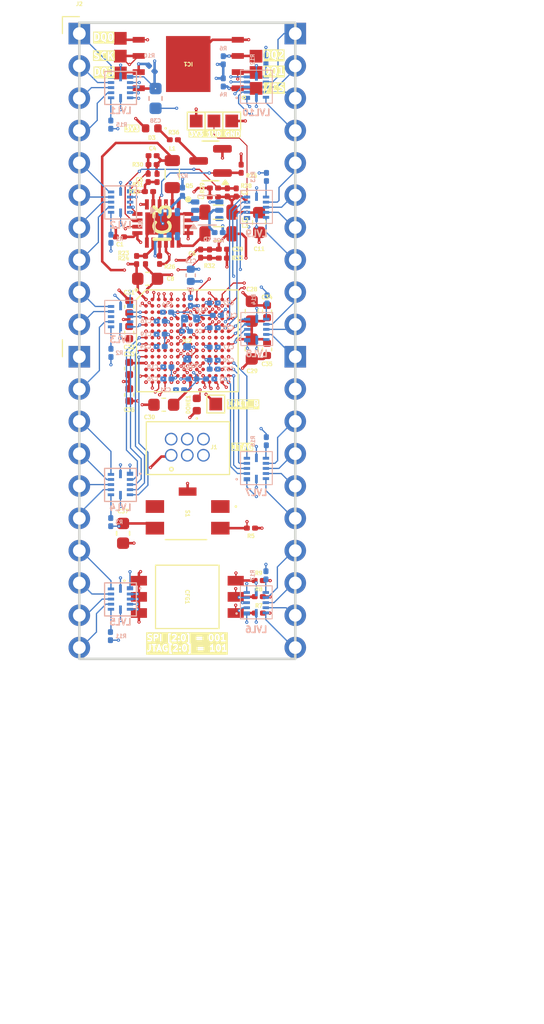
<source format=kicad_pcb>
(kicad_pcb (version 20240108) (generator "pcbnew") (generator_version "8.0")
  (layers (0 "F.Cu" mixed "L1_TOP") (1 "In1.Cu" power "L2_GND1") (2 "In2.Cu" signal "L3_SIG1") (3 "In3.Cu" mixed "L4_PWR_MIXED") (4 "In4.Cu" power "L5_PWR_3V3") (5 "In5.Cu" signal "L6_SIG2") (6 "In6.Cu" power "L7_GND2") (7 "In7.Cu" signal "L8_PWR_5V") (8 "In8.Cu" mixed "L9_GND_SIG3") (31 "B.Cu" mixed "L10_BOTTOM") (34 "B.Paste" user) (35 "F.Paste" user) (36 "B.SilkS" user "B.Silkscreen") (37 "F.SilkS" user "F.Silkscreen") (38 "B.Mask" user) (39 "F.Mask" user) (44 "Edge.Cuts" user))
  (net 0 "")
  (net 1 "+5V")
  (net 2 "GND")
  (net 3 "+1V0")
  (net 4 "/Voltage Regulators - 3V3, 1V8, 1V0/FB1")
  (net 5 "+1V8")
  (net 6 "/Voltage Regulators - 3V3, 1V8, 1V0/FB2")
  (net 7 "+3V3")
  (net 8 "/Voltage Regulators - 3V3, 1V8, 1V0/FB3")
  (net 9 "Net-(S1-COM_2)")
  (net 10 "M0_CONFIG")
  (net 11 "M2_CONFIG")
  (net 12 "M1_CONFIG")
  (net 13 "Net-(D3-K)")
  (net 14 "DONE")
  (net 15 "SPI_CS")
  (net 16 "SPI_DQ0")
  (net 17 "SPI_DQ3")
  (net 18 "SPI_SCK_CCLK")
  (net 19 "SPI_DQ2")
  (net 20 "SPI_DQ1")
  (net 21 "JTAG_TDI")
  (net 32 "CLK")
  (net 44 "JTAG_TDO")
  (net 72 "PROGRAM_B")
  (net 76 "JTAG_TCK")
  (net 83 "JTAG_TMS")
  (net 87 "INIT_B")
  (net 92 "Net-(IC3-MODE)")
  (net 93 "/Voltage Regulators - 3V3, 1V8, 1V0/SW2")
  (net 94 "/Voltage Regulators - 3V3, 1V8, 1V0/EN3")
  (net 95 "PGOOD")
  (net 96 "/Voltage Regulators - 3V3, 1V8, 1V0/SW3")
  (net 97 "/Voltage Regulators - 3V3, 1V8, 1V0/SW1")
  (net 98 "/Voltage Regulators - 3V3, 1V8, 1V0/EN2")
  (net 99 "A11_5V")
  (net 100 "A14_5V")
  (net 101 "D6_5V")
  (net 102 "D3_5V")
  (net 103 "A12_5V")
  (net 104 "A15_5V")
  (net 105 "CLK_5V")
  (net 106 "D5_5V")
  (net 107 "A13_5V")
  (net 108 "D4_5V")
  (net 109 "IORQ_5V")
  (net 110 "D7_5V")
  (net 111 "MREQ_5V")
  (net 112 "INT_5V")
  (net 113 "NMI_5V")
  (net 114 "D2_5V")
  (net 115 "D0_5V")
  (net 116 "D1_5V")
  (net 117 "HALT_5V")
  (net 118 "RESET_5V")
  (net 119 "BUSAK_5V")
  (net 120 "WAIT_5V")
  (net 121 "RFSH_5V")
  (net 122 "BUSRQ_5V")
  (net 123 "A0_5V")
  (net 124 "WR_5V")
  (net 125 "M1_5V")
  (net 126 "RD_5V")
  (net 127 "A7_5V")
  (net 128 "A8_5V")
  (net 129 "A4_5V")
  (net 130 "A5_5V")
  (net 131 "A1_5V")
  (net 132 "A2_5V")
  (net 133 "A10_5V")
  (net 134 "A3_5V")
  (net 135 "A6_5V")
  (net 136 "A9_5V")
  (net 137 "Net-(Q1B-B2)")
  (net 138 "Net-(Q1B-C2)")
  (net 139 "Net-(Q5-D)")
  (net 140 "Net-(LVL1-OE)")
  (net 141 "Net-(LVL2-OE)")
  (net 143 "Net-(LVL3-OE)")
  (net 145 "Net-(LVL4-OE)")
  (net 146 "Net-(LVL5-OE)")
  (net 147 "Net-(LVL6-OE)")
  (net 148 "Net-(LVL7-OE)")
  (net 152 "Net-(LVL8-OE)")
  (net 153 "D6_FPGA")
  (net 154 "D5_FPGA")
  (net 155 "D2_FPGA")
  (net 157 "D1_FPGA")
  (net 158 "D7_FPGA")
  (net 159 "D0_FPGA")
  (net 160 "INT_FPGA")
  (net 161 "A15_FPGA")
  (net 162 "D4_FPGA")
  (net 163 "D3_FPGA")
  (net 164 "MREQ_FPGA")
  (net 165 "HALT_FPGA")
  (net 166 "NMI_FPGA")
  (net 167 "IORQ_FPGA")
  (net 168 "A14_FPGA")
  (net 169 "A11_FPGA")
  (net 170 "A12_FPGA")
  (net 171 "A13_FPGA")
  (net 172 "A7_FPGA")
  (net 173 "A10_FPGA")
  (net 174 "A9_FPGA")
  (net 175 "A8_FPGA")
  (net 176 "A6_FPGA")
  (net 177 "A4_FPGA")
  (net 178 "A3_FPGA")
  (net 179 "A5_FPGA")
  (net 180 "Net-(LVL9-OE)")
  (net 181 "A1_FPGA")
  (net 182 "Net-(LVL10-OE)")
  (net 183 "A2_FPGA")
  (net 184 "A0_FPGA")
  (net 185 "RFSH_FPGA")
  (net 186 "M1_FPGA")
  (net 187 "RESET_FPGA")
  (net 188 "BUSRQ_FPGA")
  (net 189 "WAIT_FPGA")
  (net 190 "WR_FPGA")
  (net 191 "RD_FPGA")
  (net 192 "BUSAK_FPGA")
  (footprint "hardware:QFN50P300X400X80-21N-D" (layer "F.Cu") (at 106.57 65.78 -90)
    (property "Reference" "IC3")
    (property "Value" "LTC3569EUDC#TRPBF" (hide yes))
  )
  (footprint "Resistor_SMD:R_0201_0603Metric" (layer "F.Cu") (at 114.125 95.11)
    (property "Reference" "R8")
    (property "Value" "1k")
  )
  (footprint "Capacitor_SMD:C_0201_0603Metric" (layer "F.Cu") (at 105.77 60.45 180)
    (property "Reference" "C4")
    (property "Value" "20p")
  )
  (footprint "hardware:MT25QL512ABB1EW9-0SIT" (layer "F.Cu") (at 108.575 53.245 180)
    (property "Reference" "IC1")
    (property "Value" "MT25QL512ABB1EW9-0SIT" (hide yes))
  )
  (footprint "Resistor_SMD:R_0201_0603Metric" (layer "F.Cu") (at 114.135 96.4)
    (property "Reference" "R7")
    (property "Value" "1k")
  )
  (footprint "Capacitor_SMD:C_0201_0603Metric" (layer "F.Cu") (at 110.595 63.69 180)
    (property "Reference" "C3")
    (property "Value" "22u")
  )
  (footprint "Capacitor_SMD:C_0402_1005Metric" (layer "F.Cu") (at 114.78 75.675 -90)
    (property "Reference" "C35")
    (property "Value" "4.7u")
  )
  (footprint "Capacitor_SMD:C_0402_1005Metric" (layer "F.Cu") (at 103.925 77.175 90)
    (property "Reference" "C33")
    (property "Value" "4.7u")
  )
  (footprint "Inductor_SMD:L_0805_2012Metric" (layer "F.Cu") (at 110.9525 64.89)
    (property "Reference" "L2")
    (property "Value" "1u5")
  )
  (footprint "Capacitor_SMD:C_0603_1608Metric" (layer "F.Cu") (at 113.575 72.675 90)
    (property "Reference" "C28")
    (property "Value" "100u")
  )
  (footprint "Capacitor_SMD:C_0402_1005Metric" (layer "F.Cu") (at 103.93 72.325 90)
    (property "Reference" "C31")
    (property "Value" "4.7u")
  )
  (footprint "Capacitor_SMD:C_0201_0603Metric" (layer "F.Cu") (at 106.12 62.205 -90)
    (property "Reference" "C5")
    (property "Value" "10u")
  )
  (footprint "Resistor_SMD:R_0201_0603Metric" (layer "F.Cu") (at 106.32 68.64 90)
    (property "Reference" "R26")
    (property "Value" "100k")
  )
  (footprint "Capacitor_SMD:C_0603_1608Metric" (layer "F.Cu") (at 105.375 70.125 180)
    (property "Reference" "C8")
    (property "Value" "47u")
  )
  (footprint "Resistor_SMD:R_0201_0603Metric" (layer "F.Cu") (at 111.65 63.335 90)
    (property "Reference" "R28")
    (property "Value" "30k")
  )
  (footprint "LED_SMD:LED_0402_1005Metric" (layer "F.Cu") (at 109.2475 80.0075 90)
    (property "Reference" "DONE1")
    (property "Value" "LED")
  )
  (footprint "Capacitor_SMD:C_0603_1608Metric" (layer "F.Cu") (at 103.445 90.13 -90)
    (property "Reference" "C37")
    (property "Value" "10u")
  )
  (footprint "TestPoint:TestPoint_Pad_1.0x1.0mm" (layer "F.Cu") (at 113.91 53.91)
    (property "Reference" "TP4" (hide yes))
    (property "Value" "TestPoint")
  )
  (footprint "Resistor_SMD:R_0201_0603Metric" (layer "F.Cu") (at 104.51 68.65 -90)
    (property "Reference" "R24")
    (property "Value" "10k, 1%")
  )
  (footprint "Inductor_SMD:L_0805_2012Metric" (layer "F.Cu") (at 110.9525 66.59)
    (property "Reference" "L3")
    (property "Value" "2u2")
  )
  (footprint "hardware:TAG_TC2030-IDC-NL" (layer "F.Cu") (at 108.5 83.36)
    (property "Reference" "J1")
    (property "Value" "Conn_02x03_Odd_Even")
  )
  (footprint "Package_TO_SOT_SMD:SOT-23" (layer "F.Cu") (at 110.3275 60.86 180)
    (property "Reference" "Q5")
    (property "Value" "BS170F")
  )
  (footprint "Capacitor_SMD:C_0402_1005Metric" (layer "F.Cu") (at 114.78 72.7 90)
    (property "Reference" "C34")
    (property "Value" "4.7u")
  )
  (footprint "Capacitor_SMD:C_0603_1608Metric" (layer "F.Cu") (at 114.15 65.7 -90)
    (property "Reference" "C11")
    (property "Value" "100u")
  )
  (footprint "Capacitor_SMD:C_0201_0603Metric" (layer "F.Cu") (at 112.35 63.34 90)
    (property "Reference" "C2")
    (property "Value" "20p")
  )
  (footprint "TestPoint:TestPoint_Pad_1.0x1.0mm" (layer "F.Cu") (at 113.91 52.63)
    (property "Reference" "TP5" (hide yes))
    (property "Value" "TestPoint")
  )
  (footprint "TestPoint:TestPoint_Pad_1.0x1.0mm" (layer "F.Cu") (at 103.225 51.225)
    (property "Reference" "TP3" (hide yes))
    (property "Value" "TestPoint")
  )
  (footprint "TestPoint:TestPoint_Pad_1.0x1.0mm" (layer "F.Cu") (at 103.225 52.625)
    (property "Reference" "TP1" (hide yes))
    (property "Value" "TestPoint")
  )
  (footprint "Resistor_SMD:R_0201_0603Metric" (layer "F.Cu") (at 107.44 59.2)
    (property "Reference" "R36")
    (property "Value" "100")
  )
  (footprint "Resistor_SMD:R_0201_0603Metric" (layer "F.Cu") (at 105.21 68.645 90)
    (property "Reference" "R23")
    (property "Value" "3.48k, 1%")
  )
  (footprint "Resistor_SMD:R_0201_0603Metric" (layer "F.Cu") (at 110.25 68.145 -90)
    (property "Reference" "R32")
    (property "Value" "180k")
  )
  (footprint "hardware:EVQP2R02W" (layer "F.Cu") (at 108.525 88.875 -90)
    (property "Reference" "S1")
    (property "Value" "EVQ-P2R02W" (hide yes))
  )
  (footprint "Capacitor_SMD:C_0603_1608Metric" (layer "F.Cu") (at 106.65 80.025 180)
    (property "Reference" "C30")
    (property "Value" "100u")
  )
  (footprint "Connector_PinHeader_2.54mm:PinHeader_1x10_P2.54mm_Vertical" (layer "F.Cu") (at 117 50.85)
    (property "Reference" "J5" (hide yes))
    (property "Value" "Conn_01x10_Pin")
  )
  (footprint "Resistor_SMD:R_0201_0603Metric" (layer "F.Cu") (at 110.6 62.99 180)
    (property "Reference" "R29")
    (property "Value" "120k, 1%")
  )
  (footprint "hardware:WE-3-SPST-DIP" (layer "F.Cu") (at 108.5 95.125 -90)
    (property "Reference" "CFG1")
    (property "Value" "SW_DIP_x03" (hide yes))
  )
  (footprint "LED_SMD:LED_0402_1005Metric" (layer "F.Cu") (at 105.7025 58.3 180)
    (property "Reference" "D3")
    (property "Value" "LED")
  )
  (footprint "TestPoint:TestPoint_Pad_1.0x1.0mm" (layer "F.Cu") (at 110.6 57.72)
    (property "Reference" "TP10" (hide yes))
    (property "Value" "TestPoint")
  )
  (footprint "Resistor_SMD:R_0201_0603Metric" (layer "F.Cu") (at 113.51 89.72 180)
    (property "Reference" "R5")
    (property "Value" "4k7")
  )
  (footprint "TestPoint:TestPoint_Pad_1.0x1.0mm" (layer "F.Cu") (at 110.74 79.97)
    (property "Reference" "TP7" (hide yes))
    (property "Value" "TestPoint")
  )
  (footprint "Resistor_SMD:R_0201_0603Metric" (layer "F.Cu") (at 105.765 61.15 180)
    (property "Reference" "R30")
    (property "Value" "150k")
  )
  (footprint "Connector_PinHeader_2.54mm:PinHeader_1x10_P2.54mm_Vertical" (layer "F.Cu") (at 100 76.25)
    (property "Reference" "J3")
    (property "Value" "Conn_01x10_Pin")
  )
  (footprint "Capacitor_SMD:C_0402_1005Metric" (layer "F.Cu") (at 103.93 79.25 -90)
    (property "Reference" "C36")
    (property "Value" "4.7u")
  )
  (footprint "Capacitor_SMD:C_0603_1608Metric" (layer "F.Cu") (at 113.575 75.65 -90)
    (property "Reference" "C29")
    (property "Value" "100u")
  )
  (footprint "Resistor_SMD:R_0201_0603Metric" (layer "F.Cu") (at 105.42 62.2 -90)
    (property "Reference" "R31")
    (property "Value" "120k, 1%")
  )
  (footprint "Resistor_SMD:R_0201_0603Metric" (layer "F.Cu") (at 112.74 61.475 -90)
    (property "Reference" "R35")
    (property "Value" "100k")
  )
  (footprint "TestPoint:TestPoint_Pad_1.0x1.0mm" (layer "F.Cu") (at 109.2 57.725)
    (property "Reference" "TP8" (hide yes))
    (property "Value" "TestPoint")
  )
  (footprint "TestPoint:TestPoint_Pad_1.0x1.0mm" (layer "F.Cu") (at 113.91 55.16)
    (property "Reference" "TP2" (hide yes))
    (property "Value" "TestPoint")
  )
  (footprint "TestPoint:TestPoint_Pad_1.0x1.0mm" (layer "F.Cu") (at 112 57.72)
    (property "Reference" "TP11" (hide yes))
    (property "Value" "TestPoint")
  )
  (footprint "Resistor_SMD:R_0201_0603Metric" (layer "F.Cu") (at 105.49 63.27)
    (property "Reference" "R22")
    (property "Value" "100k")
  )
  (footprint "Capacitor_SMD:C_0201_0603Metric" (layer "F.Cu") (at 103.195 66.83 180)
    (property "Reference" "C1")
    (property "Value" "22u")
  )
  (footprint "Connector_PinHeader_2.54mm:PinHeader_1x10_P2.54mm_Vertical" (layer "F.Cu") (at 100 50.85)
    (property "Reference" "J2")
    (property "Value" "Conn_01x10_Pin")
  )
  (footprint "Resistor_SMD:R_0201_0603Metric" (layer "F.Cu") (at 111.3 68.5)
    (property "Reference" "R33")
    (property "Value" "57.6k, 1%")
  )
  (footprint "Capacitor_SMD:C_0402_1005Metric" (layer "F.Cu") (at 103.93 74.35 -90)
    (property "Reference" "C32")
    (property "Value" "4.7u")
  )
  (footprint "Capacitor_SMD:C_0201_0603Metric" (layer "F.Cu") (at 111.305 67.8)
    (property "Reference" "C39")
    (property "Value" "10u")
  )
  (footprint "Resistor_SMD:R_0201_0603Metric" (layer "F.Cu") (at 114.12 93.84)
    (property "Reference" "R9")
    (property "Value" "1k")
  )
  (footprint "Connector_PinHeader_2.54mm:PinHeader_1x10_P2.54mm_Vertical" (layer "F.Cu") (at 117 76.25)
    (property "Reference" "J4")
    (property "Value" "Conn_01x10_Pin")
  )
  (footprint "fpga_stuff:BGA196C50P14X14_800X800X110" (layer "F.Cu") (at 108.5 75)
    (property "Reference" "IC2")
    (property "Value" "XC7S15-1CPGA196C" (hide yes))
  )
  (footprint "Capacitor_SMD:C_0201_0603Metric" (layer "F.Cu") (at 109.55 68.145 -90)
    (property "Reference" "C6")
    (property "Value" "20p")
  )
  (footprint "Inductor_SMD:L_0805_2012Metric" (layer "F.Cu") (at 107.32 61.8975 90)
    (property "Reference" "L1")
    (property "Value" "3u3")
  )
  (footprint "TestPoint:TestPoint_Pad_1.0x1.0mm" (layer "F.Cu") (at 103.23 53.95)
    (property "Reference" "TP6" (hide yes))
    (property "Value" "TestPoint")
  )
  (footprint "Capacitor_SMD:C_0201_0603Metric" (layer "B.Cu") (at 106.4 74.475 180)
    (property "Reference" "C19")
    (property "Value" "0.47u")
  )
  (footprint "hardware:NXB0104GU12X" (layer "B.Cu") (at 113.95 64.5)
    (property "Reference" "LVL9")
    (property "Value" "~" (hide yes))
  )
  (footprint "Capacitor_SMD:C_0201_0603Metric" (layer "B.Cu") (at 106.4 75.45 180)
    (property "Reference" "C24")
    (property "Value" "0.47u")
  )
  (footprint "Resistor_SMD:R_0201_0603Metric" (layer "B.Cu") (at 111.33 52.95 90)
    (property "Reference" "R6")
    (property "Value" "4k7")
  )
  (footprint "Capacitor_SMD:C_0201_0603Metric" (layer "B.Cu") (at 106.905 72.75 180)
    (property "Reference" "C14")
    (property "Value" "0.47u")
  )
  (footprint "Resistor_SMD:R_0201_0603Metric" (layer "B.Cu") (at 102.49 66.98 90)
    (property "Reference" "R1")
    (property "Value" "100k")
  )
  (footprint "Capacitor_SMD:C_0201_0603Metric" (layer "B.Cu") (at 107.93 78.85 180)
    (property "Reference" "C21")
    (property "Value" "0.47u")
  )
  (footprint "Capacitor_SMD:C_0201_0603Metric" (layer "B.Cu") (at 110.58 72.025)
    (property "Reference" "C22")
    (property "Value" "0.47u")
  )
  (footprint "Capacitor_SMD:C_0201_0603Metric" (layer "B.Cu") (at 110.305 78)
    (property "Reference" "C23")
    (property "Value" "0.47u")
  )
  (footprint "Capacitor_SMD:C_0201_0603Metric" (layer "B.Cu") (at 106.405 73.45 180)
    (property "Reference" "C16")
    (property "Value" "0.47u")
  )
  (footprint "Resistor_SMD:R_0201_0603Metric" (layer "B.Cu") (at 108.905 78 180)
    (property "Reference" "R21")
    (property "Value" "4k7")
  )
  (footprint "Package_TO_SOT_SMD:SOT-363_SC-70-6" (layer "B.Cu") (at 107.07 65.83 -90)
    (property "Reference" "Q2")
    (property "Value" "MBT3904DW1")
  )
  (footprint "Resistor_SMD:R_0201_0603Metric" (layer "B.Cu") (at 105.7 53.6 135)
    (property "Reference" "R10")
    (property "Value" "4k7")
  )
  (footprint "Capacitor_SMD:C_0402_1005Metric" (layer "B.Cu") (at 108.77 69.85 90)
    (property "Reference" "C13")
    (property "Value" "4.7u")
  )
  (footprint "Resistor_SMD:R_0201_0603Metric" (layer "B.Cu") (at 108.12 63.28 -90)
    (property "Reference" "R27")
    (property "Value" "100k")
  )
  (footprint "Resistor_SMD:R_0201_0603Metric" (layer "B.Cu") (at 114.72 82.89 -90)
    (property "Reference" "R16")
    (property "Value" "100k")
  )
  (footprint "hardware:NXB0104GU12X" (layer "B.Cu") (at 103.25 64.1 180)
    (property "Reference" "LVL2")
    (property "Value" "~" (hide yes))
  )
  (footprint "hardware:NXB0104GU12X" (layer "B.Cu") (at 103.24 95.3 180)
    (property "Reference" "LVL5")
    (property "Value" "~" (hide yes))
  )
  (footprint "Package_TO_SOT_SMD:SOT-363_SC-70-6" (layer "B.Cu") (at 110.07 64.74)
    (property "Reference" "Q1")
    (property "Value" "MBT3904DW1")
  )
  (footprint "hardware:NXB0104GU12X" (layer "B.Cu") (at 113.93 95.58)
    (property "Reference" "LVL6")
    (property "Value" "~" (hide yes))
  )
  (footprint "Capacitor_SMD:C_0201_0603Metric" (layer "B.Cu") (at 110.83 73)
    (property "Reference" "C12")
    (property "Value" "0.47u")
  )
  (footprint "Capacitor_SMD:C_0201_0603Metric" (layer "B.Cu") (at 110.58 77.225)
    (property "Reference" "C27")
    (property "Value" "0.47u")
  )
  (footprint "Capacitor_SMD:C_0201_0603Metric" (layer "B.Cu") (at 106.93 77.05 180)
    (property "Reference" "C18")
    (property "Value" "0.47u")
  )
  (footprint "hardware:NXB0104GU12X" (layer "B.Cu") (at 113.94 85.03)
    (property "Reference" "LVL7")
    (property "Value" "~" (hide yes))
  )
  (footprint "Capacitor_SMD:C_0603_1608Metric" (layer "B.Cu") (at 106 55.95 90)
    (property "Reference" "C38")
    (property "Value" "10u")
  )
  (footprint "Resistor_SMD:R_0201_0603Metric" (layer "B.Cu") (at 111.33 54.69 -90)
    (property "Reference" "R4")
    (property "Value" "4k7")
  )
  (footprint "Capacitor_SMD:C_0201_0603Metric" (layer "B.Cu") (at 106.93 78 180)
    (property "Reference" "C26")
    (property "Value" "0.47u")
  )
  (footprint "Resistor_SMD:R_0201_0603Metric" (layer "B.Cu") (at 114.78 71.745 -90)
    (property "Reference" "R14")
    (property "Value" "100k")
  )
  (footprint "Resistor_SMD:R_0201_0603Metric" (layer "B.Cu") (at 114.69 93.43 -90)
    (property "Reference" "R17")
    (property "Value" "100k")
  )
  (footprint "hardware:NXB0104GU12X" (layer "B.Cu") (at 113.97 74.1)
    (property "Reference" "LVL8")
    (property "Value" "~" (hide yes))
  )
  (footprint "Capacitor_SMD:C_0402_1005Metric" (layer "B.Cu") (at 108.495 75.95 -90)
    (property "Reference" "C15")
    (property "Value" "4.7u")
  )
  (footprint "Resistor_SMD:R_0201_0603Metric" (layer "B.Cu") (at 102.49 75.95 90)
    (property "Reference" "R2")
    (property "Value" "100k")
  )
  (footprint "Resistor_SMD:R_0201_0603Metric" (layer "B.Cu") (at 102.48 58.01 90)
    (property "Reference" "R15")
    (property "Value" "100k")
  )
  (footprint "Resistor_SMD:R_0201_0603Metric" (layer "B.Cu") (at 102.475 89.25 90)
    (property "Reference" "R3")
    (property "Value" "100k")
  )
  (footprint "Capacitor_SMD:C_0201_0603Metric" (layer "B.Cu") (at 110.58 75.5)
    (property "Reference" "C17")
    (property "Value" "0.47u")
  )
  (footprint "Capacitor_SMD:C_0402_1005Metric" (layer "B.Cu") (at 108.77 73.25 180)
    (property "Reference" "C10")
    (property "Value" "4.7u")
  )
  (footprint "hardware:NXB0104GU12X" (layer "B.Cu") (at 113.94125 55.055)
    (property "Reference" "LVL10")
    (property "Value" "~" (hide yes))
  )
  (footprint "Capacitor_SMD:C_0201_0603Metric" (layer "B.Cu") (at 110.58 73.975)
    (property "Reference" "C25")
    (property "Value" "0.47u")
  )
  (footprint "hardware:NXB0104GU12X" (layer "B.Cu") (at 103.24 86.3 180)
    (property "Reference" "LVL4")
    (property "Value" "~" (hide yes))
  )
  (footprint "Resistor_SMD:R_0201_0603Metric" (layer "B.Cu") (at 114.69 52.89 -90)
    (property "Reference" "R12")
    (property "Value" "100k")
  )
  (footprint "Resistor_SMD:R_0201_0603Metric" (layer "B.Cu") (at 102.45 98.21 90)
    (property "Reference" "R11")
    (property "Value" "100k")
  )
  (footprint "Capacitor_SMD:C_0201_0603Metric" (layer "B.Cu") (at 108.75 71.925 90)
    (property "Reference" "C7")
    (property "Value" "0.47u")
  )
  (footprint "hardware:NXB0104GU12X" (layer "B.Cu") (at 103.25 73.1 180)
    (property "Reference" "LVL3")
    (property "Value" "~" (hide yes))
  )
  (footprint "Resistor_SMD:R_0201_0603Metric" (layer "B.Cu") (at 114.73 62.12 -90)
    (property "Reference" "R13")
    (property "Value" "100k")
  )
  (footprint "Resistor_SMD:R_0201_0603Metric" (layer "B.Cu") (at 110.97 66.49 180)
    (property "Reference" "R25")
    (property "Value" "1k")
  )
  (footprint "hardware:NXB0104GU12X" (layer "B.Cu") (at 103.25 55.1 180)
    (property "Reference" "LVL1")
    (property "Value" "~" (hide yes))
  )
  (footprint "Capacitor_SMD:C_0201_0603Metric" (layer "B.Cu") (at 108.4 74.25 180)
    (property "Reference" "C9")
    (property "Value" "0.47u")
  )
  (footprint "Capacitor_SMD:C_0201_0603Metric" (layer "B.Cu") (at 110.58 76.525)
    (property "Reference" "C20")
    (property "Value" "0.47u")
  )
  (gr_rect (start 100 50) (end 117 100) (stroke (width 0.2)) (fill none) (layer "Edge.Cuts"))
  (gr_text "3V3" (at 103.53 58.56 0) (layer "F.SilkS" knockout) (effects (font (size 0.4 0.4) (thickness 0.1) (bold yes)) (justify left bottom)))
  (gr_text "DQ1" (at 114.51 54.22 0) (layer "F.SilkS" knockout) (effects (font (size 0.65 0.65) (thickness 0.125) (bold yes)) (justify left bottom)))
  (gr_text "3V3 1V0 GND" (at 108.575 58.975 0) (layer "F.SilkS" knockout) (effects (font (size 0.4 0.4) (thickness 0.1) (bold yes)) (justify left bottom)))
  (gr_text "SCK" (at 101.09 53.03 0) (layer "F.SilkS" knockout) (effects (font (size 0.65 0.65) (thickness 0.125) (bold yes)) (justify left bottom)))
  (gr_text "DQ2" (at 114.52 52.95 0) (layer "F.SilkS" knockout) (effects (font (size 0.65 0.65) (thickness 0.125) (bold yes)) (justify left bottom)))
  (gr_text "/CS" (at 114.53 55.54 0) (layer "F.SilkS" knockout) (effects (font (size 0.65 0.65) (thickness 0.125) (bold yes)) (justify left bottom)))
  (gr_text "JTAG" (at 111.98 83.67 0) (layer "F.SilkS" knockout) (effects (font (size 0.5 0.5) (thickness 0.1) (bold yes)) (justify left bottom)))
  (gr_text "DQ0" (at 101.1 51.55 0) (layer "F.SilkS" knockout) (effects (font (size 0.65 0.65) (thickness 0.125) (bold yes)) (justify left bottom)))
  (gr_text "DQ3" (at 101.13 54.29 0) (layer "F.SilkS" knockout) (effects (font (size 0.65 0.65) (thickness 0.125) (bold yes)) (justify left bottom)))
  (gr_text "SPI [2:0] = 001\nJTAG[2:0] = 101" (at 105.225 99.45 0) (layer "F.SilkS" knockout) (effects (font (size 0.5 0.5) (thickness 0.125) (bold yes)) (justify left bottom)))
  (gr_text "INIT_B" (at 111.611978 80.25139 0) (layer "F.SilkS" knockout) (effects (font (size 0.5 0.5) (thickness 0.1) (bold yes)) (justify left bottom)))
  (segment (start 107.08 68.65) (end 107.08 68.24) (width 0.2) (layer "F.Cu") (net 1))
  (segment (start 103.515 66.83) (end 104.27 66.83) (width 0.2) (layer "F.Cu") (net 1))
  (segment (start 104.27 66.83) (end 104.57 66.53) (width 0.2) (layer "F.Cu") (net 1))
  (segment (start 105.32 64.28) (end 104.83 64.28) (width 0.2) (layer "F.Cu") (net 1))
  (segment (start 108.57 66.03) (end 108.57 66.53) (width 0.2) (layer "F.Cu") (net 1))
  (segment (start 106.77 68.96) (end 107.08 68.65) (width 0.2) (layer "F.Cu") (net 1))
  (segment (start 106.32 68.96) (end 106.77 68.96) (width 0.2) (layer "F.Cu") (net 1))
  (segment (start 106.82 67.28) (end 106.82 67.98) (width 0.2) (layer "F.Cu") (net 1))
  (segment (start 106.82 67.98) (end 107.08 68.24) (width 0.2) (layer "F.Cu") (net 1))
  (segment (start 104.57 66.53) (end 104.57 67) (width 0.2) (layer "F.Cu") (net 1))
  (segment (start 104.57 67) (end 104.83 67.26) (width 0.2) (layer "F.Cu") (net 1))
  (segment (start 108.57 66.53) (end 108.57 66.98) (width 0.2) (layer "F.Cu") (net 1))
  (via blind (at 107.08 68.24) (size 0.26) (drill 0.1016) (layers "F.Cu" "In7.Cu") (remove_unused_layers yes) (zone_layer_connections "In7.Cu") (net 1))
  (via blind (at 106.82 64.28) (size 0.26) (drill 0.1016) (layers "F.Cu" "In7.Cu") (remove_unused_layers yes) (zone_layer_connections "In7.Cu") (net 1))
  (via blind (at 104.83 64.28) (size 0.26) (drill 0.1016) (layers "F.Cu" "In7.Cu") (remove_unused_layers yes) (zone_layer_connections "In7.Cu") (net 1))
  (via blind (at 104.83 67.26) (size 0.26) (drill 0.1016) (layers "F.Cu" "In7.Cu") (remove_unused_layers yes) (zone_layer_connections "In7.Cu") (net 1))
  (via blind (at 108.57 66.98) (size 0.26) (drill 0.1016) (layers "F.Cu" "In7.Cu") (remove_unused_layers yes) (zone_layer_connections "In7.Cu") (net 1))
  (via blind (at 113.93 97.11) (size 0.26) (drill 0.1016) (layers "In7.Cu" "B.Cu") (remove_unused_layers yes) (zone_layer_connections "In7.Cu") (net 1))
  (via blind (at 113.94 56.58) (size 0.26) (drill 0.1016) (layers "In7.Cu" "B.Cu") (remove_unused_layers yes) (zone_layer_connections "In7.Cu") (net 1))
  (via blind (at 103.25 53.33) (size 0.26) (drill 0.1016) (layers "In7.Cu" "B.Cu") (remove_unused_layers yes) (zone_layer_connections "In7.Cu") (net 1))
  (via blind (at 103.24 84.75) (size 0.26) (drill 0.1016) (layers "In7.Cu" "B.Cu") (remove_unused_layers yes) (zone_layer_connections "In7.Cu") (net 1))
  (via blind (at 113.94 86.53) (size 0.26) (drill 0.1016) (layers "In7.Cu" "B.Cu") (remove_unused_layers yes) (zone_layer_connections "In7.Cu") (net 1))
  (via blind (at 113.97 75.6) (size 0.26) (drill 0.1016) (layers "In7.Cu" "B.Cu") (remove_unused_layers yes) (zone_layer_connections "In7.Cu") (net 1))
  (via blind (at 108.13 62.3) (size 0.26) (drill 0.1016) (layers "In7.Cu" "B.Cu") (remove_unused_layers yes) (zone_layer_connections "In7.Cu") (net 1))
  (via blind (at 103.24 93.63) (size 0.26) (drill 0.1016) (layers "In7.Cu" "B.Cu") (remove_unused_layers yes) (zone_layer_connections "In7.Cu") (net 1))
  (via blind (at 103.25 62.56) (size 0.26) (drill 0.1016) (layers "In7.Cu" "B.Cu") (remove_unused_layers yes) (zone_layer_connections "In7.Cu") (net 1))
  (via blind (at 102.8 71.42) (size 0.26) (drill 0.1016) (layers "In7.Cu" "B.Cu") (remove_unused_layers yes) (zone_layer_connections "In7.Cu") (net 1))
  (via blind (at 113.95 66.05) (size 0.26) (drill 0.1016) (layers "In7.Cu" "B.Cu") (remove_unused_layers yes) (zone_layer_connections "In7.Cu") (net 1))
  (segment (start 113.97 74.925) (end 113.97 75.6) (width 0.1) (layer "B.Cu") (net 1))
  (segment (start 113.94125 55.88) (end 113.94125 56.57875) (width 0.1) (layer "B.Cu") (net 1))
  (segment (start 108.12 62.31) (end 108.13 62.3) (width 0.2) (layer "B.Cu") (net 1))
  (segment (start 103.25 63.275) (end 103.25 62.56) (width 0.1) (layer "B.Cu") (net 1))
  (segment (start 113.94 85.855) (end 113.94 86.53) (width 0.1) (layer "B.Cu") (net 1))
  (segment (start 113.93 96.405) (end 113.93 97.11) (width 0.1) (layer "B.Cu") (net 1))
  (segment (start 103.25 54.275) (end 103.25 53.33) (width 0.1) (layer "B.Cu") (net 1))
  (segment (start 103.25 71.87) (end 102.8 71.42) (width 0.1) (layer "B.Cu") (net 1))
  (segment (start 108.12 62.96) (end 108.12 62.31) (width 0.2) (layer "B.Cu") (net 1))
  (segment (start 103.25 72.275) (end 103.25 71.87) (width 0.1) (layer "B.Cu") (net 1))
  (segment (start 103.24 94.475) (end 103.24 93.63) (width 0.1) (layer "B.Cu") (net 1))
  (segment (start 113.95 65.325) (end 113.95 66.05) (width 0.1) (layer "B.Cu") (net 1))
  (segment (start 103.24 85.475) (end 103.24 84.75) (width 0.1) (layer "B.Cu") (net 1))
  (segment (start 113.94125 56.57875) (end 113.94 56.58) (width 0.1) (layer "B.Cu") (net 1))
  (segment (start 112.475 51.34) (end 110.48 51.34) (width 0.2) (layer "F.Cu") (net 2))
  (segment (start 107.32 66.53) (end 106.57 65.78) (width 0.2) (layer "F.Cu") (net 2))
  (segment (start 114.44 93.84) (end 115.015 93.84) (width 0.2) (layer "F.Cu") (net 2))
  (segment (start 106.92 65.78) (end 106.57 65.78) (width 0.2) (layer "F.Cu") (net 2))
  (segment (start 107.82 64.88) (end 106.92 65.78) (width 0.2) (layer "F.Cu") (net 2))
  (segment (start 103.93 71.845) (end 104.025 71.75) (width 0.2) (layer "F.Cu") (net 2))
  (segment (start 108.57 65.03) (end 107.32 65.03) (width 0.2) (layer "F.Cu") (net 2))
  (segment (start 113.575 71.9) (end 113.57 71.9) (width 0.2) (layer "F.Cu") (net 2))
  (segment (start 113.575 76.425) (end 114.51 76.425) (width 0.2) (layer "F.Cu") (net 2))
  (segment (start 105.25 76.75) (end 103.98 76.75) (width 0.2) (layer "F.Cu") (net 2))
  (segment (start 115.015 93.84) (end 115.025 93.85) (width 0.2) (layer "F.Cu") (net 2))
  (segment (start 103.22 74.83) (end 103.19 74.8) (width 0.1) (layer "F.Cu") (net 2))
  (segment (start 108.525 86.85) (end 108.525 86.215) (width 0.2) (layer "F.Cu") (net 2))
  (segment (start 106.22 65.78) (end 106.57 65.78) (width 0.2) (layer "F.Cu") (net 2))
  (segment (start 105.32 66.68) (end 106.22 65.78) (width 0.2) (layer "F.Cu") (net 2))
  (segment (start 103.85 68.97) (end 103.84 68.96) (width 0.2) (layer "F.Cu") (net 2))
  (segment (start 113.575 76.425) (end 112.85 77.15) (width 0.2) (layer "F.Cu") (net 2))
  (segment (start 105.32 67.28) (end 105.32 66.68) (width 0.2) (layer "F.Cu") (net 2))
  (segment (start 103.445 90.905) (end 104.295 90.905) (width 0.2) (layer "F.Cu") (net 2))
  (segment (start 112.475 51.34) (end 113.32 51.34) (width 0.2) (layer "F.Cu") (net 2))
  (segment (start 103.93 71.845) (end 103.93 71.82) (width 0.2) (layer "F.Cu") (net 2))
  (segment (start 114.15 67.25) (end 114.16 67.26) (width 0.2) (layer "F.Cu") (net 2))
  (segment (start 108.25 73.25) (end 108.29 73.25) (width 0.0762) (layer "F.Cu") (net 2))
  (segment (start 104.51 68.97) (end 104.51 70.035) (width 0.2) (layer "F.Cu") (net 2))
  (segment (start 103.93 79.73) (end 104.595 79.73) (width 0.2) (layer "F.Cu") (net 2))
  (segment (start 109.2475 80.4925) (end 109.2325 80.4925) (width 0.2) (layer "F.Cu") (net 2))
  (segment (start 104.6 70.125) (end 104.6 71.1) (width 0.2) (layer "F.Cu") (net 2))
  (segment (start 104.295 90.905) (end 104.3 90.9) (width 0.2) (layer "F.Cu") (net 2))
  (segment (start 104.51 70.035) (end 104.6 70.125) (width 0.2) (layer "F.Cu") (net 2))
  (segment (start 114.51 76.425) (end 114.78 76.155) (width 0.2) (layer "F.Cu") (net 2))
  (segment (start 109.33 62.99) (end 109.03 63.29) (width 0.2) (layer "F.Cu") (net 2))
  (segment (start 110.275 63.69) (end 110.275 62.995) (width 0.2) (layer "F.Cu") (net 2))
  (segment (start 107.82 64.28) (end 107.82 64.88) (width 0.2) (layer "F.Cu") (net 2))
  (segment (start 104.51 68.97) (end 103.85 68.97) (width 0.2) (layer "F.Cu") (net 2))
  (segment (start 105.17 63.27) (end 105.17 62.77) (width 0.2) (layer "F.Cu") (net 2))
  (segment (start 111.62 67.805) (end 111.625 67.8) (width 0.2) (layer "F.Cu") (net 2))
  (segment (start 113.32 51.34) (end 113.33 51.33) (width 0.2) (layer "F.Cu") (net 2))
  (segment (start 114.455 96.4) (end 115 96.4) (width 0.2) (layer "F.Cu") (net 2))
  (segment (start 113.57 71.9) (end 112.88 71.21) (width 0.2) (layer "F.Cu") (net 2))
  (segment (start 111.265 59.91) (end 111.265 60.625) (width 0.2) (layer "F.Cu") (net 2))
  (segment (start 108.525 86.215) (end 108.52 86.21) (width 0.2) (layer "F.Cu") (net 2))
  (segment (start 105.17 62.77) (end 105.42 62.52) (width 0.2) (layer "F.Cu") (net 2))
  (segment (start 105.875 80.025) (end 104.95 80.025) (width 0.2) (layer "F.Cu") (net 2))
  (segment (start 103.98 76.75) (end 103.925 76.695) (width 0.2) (layer "F.Cu") (net 2))
  (segment (start 111.62 68.5) (end 111.62 69.19) (width 0.2) (layer "F.Cu") (net 2))
  (segment (start 110.48 51.34) (end 108.575 53.245) (width 0.2) (layer "F.Cu") (net 2))
  (segment (start 105.17 63.27) (end 104.46 63.27) (width 0.2) (layer "F.Cu") (net 2))
  (segment (start 107.32 67.28) (end 107.32 66.53) (width 0.2) (layer "F.Cu") (net 2))
  (segment (start 111.62 68.5) (end 111.62 67.805) (width 0.2) (layer "F.Cu") (net 2))
  (segment (start 111.265 60.625) (end 111.27 60.63) (width 0.2) (layer "F.Cu") (net 2))
  (segment (start 113.895 72.22) (end 113.575 71.9) (width 0.2) (layer "F.Cu") (net 2))
  (segment (start 112 57.72) (end 113.07 57.72) (width 0.2) (layer "F.Cu") (net 2))
  (segment (start 104.6 71.1) (end 105.25 71.75) (width 0.2) (layer "F.Cu") (net 2))
  (segment (start 110.28 62.99) (end 109.33 62.99) (width 0.2) (layer "F.Cu") (net 2))
  (segment (start 103.93 74.83) (end 103.22 74.83) (width 0.1) (layer "F.Cu") (net 2))
  (segment (start 110.275 62.995) (end 110.28 62.99) (width 0.2) (layer "F.Cu") (net 2))
  (segment (start 102.875 66.83) (end 102.875 66.155) (width 0.2) (layer "F.Cu") (net 2))
  (segment (start 109.2325 80.4925) (end 108.7 81.025) (width 0.2) (layer "F.Cu") (net 2))
  (segment (start 102.875 66.155) (end 102.86 66.14) (width 0.2) (layer "F.Cu") (net 2))
  (segment (start 103.93 71.82) (end 103.13 71.02) (width 0.2) (layer "F.Cu") (net 2))
  (segment (start 106.115 62.52) (end 106.12 62.525) (width 0.2) (layer "F.Cu") (net 2))
  (segment (start 114.15 66.475) (end 114.15 67.25) (width 0.2) (layer "F.Cu") (net 2))
  (segment (start 114.445 95.11) (end 115.01 95.11) (width 0.2) (layer "F.Cu") (net 2))
  (segment (start 105.42 62.52) (end 106.115 62.52) (width 0.2) (layer "F.Cu") (net 2))
  (segment (start 114.78 72.22) (end 113.895 72.22) (width 0.2) (layer "F.Cu") (net 2))
  (segment (start 107.32 65.03) (end 106.57 65.78) (width 0.2) (layer "F.Cu") (net 2))
  (segment (start 104.595 79.73) (end 104.6 79.725) (width 0.2) (layer "F.Cu") (net 2))
  (segment (start 115.01 95.11) (end 115.025 95.125) (width 0.2) (layer "F.Cu") (net 2))
  (via micro (at 110.25 71.75) (size 0.26) (drill 0.1016) (layers "F.Cu" "In1.Cu") (remove_unused_layers yes) (zone_layer_connections "In1.Cu") (net 2))
  (via micro (at 107.75 71.75) (size 0.26) (drill 0.1016) (layers "F.Cu" "In1.Cu") (remove_unused_layers yes) (zone_layer_connections "In1.Cu") (net 2))
  (via blind (at 104.46 63.27) (size 0.26) (drill 0.1016) (layers "F.Cu" "In1.Cu") (remove_unused_layers yes) (zone_layer_connections "In1.Cu") (net 2))
  (via blind (at 114.16 67.26) (size 0.26) (drill 0.1016) (layers "F.Cu" "In1.Cu") (remove_unused_layers yes) (zone_layer_connections "In1.Cu") (net 2))
  (via micro (at 111.25 74.75) (size 0.26) (drill 0.1016) (layers "F.Cu" "In1.Cu") (remove_unused_layers yes) (zone_layer_connections "In1.Cu") (net 2))
  (via micro (at 106.25 77.25) (size 0.26) (drill 0.1016) (layers "F.Cu" "In1.Cu") (remove_unused_layers yes) (zone_layer_connections "In1.Cu") (net 2))
  (via micro (at 107.75 74.75) (size 0.26) (drill 0.1016) (layers "F.Cu" "In1.Cu") (remove_unused_layers yes) (zone_layer_connections "In1.Cu") (net 2))
  (via micro (at 108.75 75.75) (size 0.26) (drill 0.1016) (layers "F.Cu" "In1.Cu") (remove_unused_layers yes) (zone_layer_connections "In1.Cu") (net 2))
  (via micro (at 111.75 73.75) (size 0.26) (drill 0.1016) (layers "F.Cu" "In1.Cu") (remove_unused_layers yes) (zone_layer_connections "In1.Cu") (net 2))
  (via micro (at 107.75 76.75) (size 0.26) (drill 0.1016) (layers "F.Cu" "In1.Cu") (remove_unused_layers yes) (zone_layer_connections "In1.Cu") (net 2))
  (via micro (at 109.75 75.75) (size 0.26) (drill 0.1016) (layers "F.Cu" "In1.Cu") (remove_unused_layers yes) (zone_layer_connections "In1.Cu") (net 2))
  (via blind (at 112.85 77.15) (size 0.26) (drill 0.1016) (layers "F.Cu" "In1.Cu") (remove_unused_layers yes) (zone_layer_connections "In1.Cu") (net 2))
  (via micro (at 109.25 73.25) (size 0.26) (drill 0.1016) (layers "F.Cu" "In1.Cu") (remove_unused_layers yes) (zone_layer_connections "In1.Cu") (net 2))
  (via blind (at 115.025 95.125) (size 0.26) (drill 0.1016) (layers "F.Cu" "In6.Cu") (remove_unused_layers yes) (zone_layer_connections "In1.Cu" "In6.Cu") (net 2))
  (via micro (at 109.75 77.75) (size 0.26) (drill 0.1016) (layers "F.Cu" "In1.Cu") (remove_unused_layers yes) (zone_layer_connections "In1.Cu") (net 2))
  (via micro (at 107.75 73.75) (size 0.26) (drill 0.1016) (layers "F.Cu" "In1.Cu") (remove_unused_layers yes) (zone_layer_connections "In1.Cu") (net 2))
  (via micro (at 107.25 75.25) (size 0.26) (drill 0.1016) (layers "F.Cu" "In1.Cu") (remove_unused_layers yes) (zone_layer_connections "In1.Cu") (net 2))
  (via blind (at 115 96.4) (size 0.26) (drill 0.1016) (layers "F.Cu" "In1.Cu") (remove_unused_layers yes) (zone_layer_connections "In1.Cu") (net 2))
  (via micro (at 106.25 72.25) (size 0.26) (drill 0.1016) (layers "F.Cu" "In1.Cu") (remove_unused_layers yes) (zone_layer_connections "In1.Cu") (net 2))
  (via micro (at 108.75 73.75) (size 0.26) (drill 0.1016) (layers "F.Cu" "In1.Cu") (remove_unused_layers yes) (zone_layer_connections "In1.Cu") (net 2))
  (via blind (at 111.27 60.63) (size 0.26) (drill 0.1016) (layers "F.Cu" "In1.Cu") (remove_unused_layers yes) (zone_layer_connections "In1.Cu") (net 2))
  (via micro (at 110.75 75.75) (size 0.26) (drill 0.1016) (layers "F.Cu" "In1.Cu") (remove_unused_layers yes) (zone_layer_connections "In1.Cu") (net 2))
  (via micro (at 105.25 74.25) (size 0.26) (drill 0.1016) (layers "F.Cu" "In1.Cu") (remove_unused_layers yes) (zone_layer_connections "In1.Cu") (net 2))
  (via micro (at 109.25 74.25) (size 0.26) (drill 0.1016) (layers "F.Cu" "In1.Cu") (remove_unused_layers yes) (zone_layer_connections "In1.Cu") (net 2))
  (via micro (at 105.75 73.25) (size 0.26) (drill 0.1016) (layers "F.Cu" "In1.Cu") (remove_unused_layers yes) (zone_layer_connections "In1.Cu") (net 2))
  (via micro (at 106.75 76.25) (size 0.26) (drill 0.1016) (layers "F.Cu" "In1.Cu") (remove_unused_layers yes) (zone_layer_connections "In1.Cu") (net 2))
  (via micro (at 108.25 78.25) (size 0.26) (drill 0.1016) (layers "F.Cu" "In1.Cu") (remove_unused_layers yes) (zone_layer_connections "In1.Cu") (net 2))
  (via micro (at 107.25 76.75) (size 0.26) (drill 0.1016) (layers "F.Cu" "In1.Cu") (remove_unused_layers yes) (zone_layer_connections "In1.Cu") (net 2))
  (via micro (at 111.25 72.25) (size 0.26) (drill 0.1016) (layers "F.Cu" "In1.Cu") (remove_unused_layers yes) (zone_layer_connections "In1.Cu") (net 2))
  (via micro (at 108.75 77.25) (size 0.26) (drill 0.1016) (layers "F.Cu" "In1.Cu") (remove_unused_layers yes) (zone_layer_connections "In1.Cu") (net 2))
  (via micro (at 107.75 78.25) (size 0.26) (drill 0.1016) (layers "F.Cu" "In1.Cu") (remove_unused_layers yes) (zone_layer_connections "In1.Cu") (net 2))
  (via micro (at 106.25 74.75) (size 0.26) (drill 0.1016) (layers "F.Cu" "In1.Cu") (remove_unused_layers yes) (zone_layer_connections "In1.Cu") (net 2))
  (via micro (at 109.75 73.75) (size 0.26) (drill 0.1016) (layers "F.Cu" "In1.Cu") (remove_unused_layers yes) (zone_layer_connections "In1.Cu") (net 2))
  (via blind (at 109.03 63.29) (size 0.26) (drill 0.1016) (layers "F.Cu" "In1.Cu") (remove_unused_layers yes) (zone_layer_connections "In1.Cu") (net 2))
  (via micro (at 105.75 75.75) (size 0.26) (drill 0.1016) (layers "F.Cu" "In1.Cu") (remove_unused_layers yes) (zone_layer_connections "In1.Cu") (net 2))
  (via (at 103.19 74.8) (size 0.26) (drill 0.1016) (layers "F.Cu" "B.Cu") (remove_unused_layers yes) (zone_layer_connections "In1.Cu" "In6.Cu" "In8.Cu") (net 2))
  (via blind (at 113.33 51.33) (size 0.26) (drill 0.1016) (layers "F.Cu" "In6.Cu") (remove_unused_layers yes) (zone_layer_connections "In1.Cu" "In6.Cu") (net 2))
  (via micro (at 109.75 74.75) (size 0.26) (drill 0.1016) (layers "F.Cu" "In1.Cu") (remove_unused_layers yes) (zone_layer_connections "In1.Cu") (net 2))
  (via micro (at 107.75 75.75) (size 0.26) (drill 0.1016) (layers "F.Cu" "In1.Cu") (remove_unused_layers yes) (zone_layer_connections "In1.Cu") (net 2))
  (via blind (at 113.07 57.72) (size 0.26) (drill 0.1016) (layers "F.Cu" "In1.Cu") (remove_unused_layers yes) (zone_layer_connections "In1.Cu") (net 2))
  (via micro (at 107.25 77.75) (size 0.26) (drill 0.1016) (layers "F.Cu" "In1.Cu") (remove_unused_layers yes) (zone_layer_connections "In1.Cu") (net 2))
  (via micro (at 109.25 76.25) (size 0.26) (drill 0.1016) (layers "F.Cu" "In1.Cu") (remove_unused_layers yes) (zone_layer_connections "In1.Cu") (net 2))
  (via (at 108.52 86.21) (size 0.26) (drill 0.1016) (layers "F.Cu" "B.Cu") (remove_unused_layers yes) (zone_layer_connections "In1.Cu" "In6.Cu" "In8.Cu") (net 2))
  (via blind (at 111.62 69.19) (size 0.26) (drill 0.1016) (layers "F.Cu" "In1.Cu") (remove_unused_layers yes) (zone_layer_connections "In1.Cu") (net 2))
  (via micro (at 108.25 75.75) (size 0.26) (drill 0.1016) (layers "F.Cu" "In1.Cu") (remove_unused_layers yes) (zone_layer_connections "In1.Cu") (net 2))
  (via micro (at 108.25 76.25) (size 0.26) (drill 0.1016) (layers "F.Cu" "In1.Cu") (remove_unused_layers yes) (zone_layer_connections "In1.Cu") (net 2))
  (via micro (at 111.25 77.25) (size 0.26) (drill 0.1016) (layers "F.Cu" "In1.Cu") (remove_unused_layers yes) (zone_layer_connections "In1.Cu") (net 2))
  (via micro (at 111.75 78.25) (size 0.26) (drill 0.1016) (layers "F.Cu" "In1.Cu") (remove_unused_layers yes) (zone_layer_connections "In1.Cu") (net 2))
  (via blind (at 103.84 68.96) (size 0.26) (drill 0.1016) (layers "F.Cu" "In1.Cu") (remove_unused_layers yes) (zone_layer_connections "In1.Cu") (net 2))
  (via blind (at 104.95 80.025) (size 0.26) (drill 0.1016) (layers "F.Cu" "In1.Cu") (remove_unused_layers yes) (zone_layer_connections "In1.Cu") (net 2))
  (via micro (at 105.25 71.75) (size 0.26) (drill 0.1016) (layers "F.Cu" "In1.Cu") (remove_unused_layers yes) (zone_layer_connections "In1.Cu") (net 2))
  (via micro (at 111.75 76.25) (size 0.26) (drill 0.1016) (layers "F.Cu" "In1.Cu") (remove_unused_layers yes) (zone_layer_connections "In1.Cu") (net 2))
  (via micro (at 107.75 72.75) (size 0.26) (drill 0.1016) (layers "F.Cu" "In1.Cu") (remove_unused_layers yes) (zone_layer_connections "In1.Cu") (net 2))
  (via micro (at 106.75 73.75) (size 0.26) (drill 0.1016) (layers "F.Cu" "In1.Cu") (remove_unused_layers yes) (zone_layer_connections "In1.Cu") (net 2))
  (via blind (at 104.3 90.9) (size 0.26) (drill 0.1016) (layers "F.Cu" "In1.Cu") (remove_unused_layers yes) (zone_layer_connections "In1.Cu") (net 2))
  (via micro (at 107.25 76.25) (size 0.26) (drill 0.1016) (layers "F.Cu" "In1.Cu") (remove_unused_layers yes) (zone_layer_connections "In1.Cu") (net 2))
  (via micro (at 109.25 78.25) (size 0.26) (drill 0.1016) (layers "F.Cu" "In1.Cu") (remove_unused_layers yes) (zone_layer_connections "In1.Cu") (net 2))
  (via micro (at 110.25 76.75) (size 0.26) (drill 0.1016) (layers "F.Cu" "In1.Cu") (remove_unused_layers yes) (zone_layer_connections "In1.Cu") (net 2))
  (via micro (at 107.25 74.25) (size 0.26) (drill 0.1016) (layers "F.Cu" "In1.Cu") (remove_unused_layers yes) (zone_layer_connections "In1.Cu") (net 2))
  (via blind (at 104.6 79.725) (size 0.26) (drill 0.1016) (layers "F.Cu" "In1.Cu") (remove_unused_layers yes) (zone_layer_connections "In1.Cu") (net 2))
  (via micro (at 107.25 73.25) (size 0.26) (drill 0.1016) (layers "F.Cu" "In1.Cu") (remove_unused_layers yes) (zone_layer_connections "In1.Cu") (net 2))
  (via micro (at 109.25 75.25) (size 0.26) (drill 0.1016) (layers "F.Cu" "In1.Cu") (remove_unused_layers yes) (zone_layer_connections "In1.Cu") (net 2))
  (via micro (at 107.25 78.25) (size 0.26) (drill 0.1016) (layers "F.Cu" "In1.Cu") (remove_unused_layers yes) (zone_layer_connections "In1.Cu") (net 2))
  (via micro (at 110.75 73.25) (size 0.26) (drill 0.1016) (layers "F.Cu" "In1.Cu") (remove_unused_layers yes) (zone_layer_connections "In1.Cu") (net 2))
  (via micro (at 105.25 78.25) (size 0.26) (drill 0.1016) (layers "F.Cu" "In1.Cu") (remove_unused_layers yes) (zone_layer_connections "In1.Cu") (net 2))
  (via micro (at 110.25 74.75) (size 0.26) (drill 0.1016) (layers "F.Cu" "In1.Cu") (remove_unused_layers yes) (zone_layer_connections "In1.Cu") (net 2))
  (via blind (at 102.86 66.14) (size 0.26) (drill 0.1016) (layers "F.Cu" "In1.Cu") (remove_unused_layers yes) (zone_layer_connections "In1.Cu") (net 2))
  (via micro (at 108.75 72.75) (size 0.26) (drill 0.1016) (layers "F.Cu" "In1.Cu") (remove_unused_layers yes) (zone_layer_connections "In1.Cu") (net 2))
  (via micro (at 111.75 71.75) (size 0.26) (drill 0.1016) (layers "F.Cu" "In1.Cu") (remove_unused_layers yes) (zone_layer_connections "In1.Cu") (net 2))
  (via micro (at 105.25 76.75) (size 0.26) (drill 0.1016) (layers "F.Cu" "In1.Cu") (remove_unused_layers yes) (zone_layer_connections "In1.Cu") (net 2))
  (via blind (at 115.025 93.85) (size 0.26) (drill 0.1016) (layers "F.Cu" "In1.Cu") (remove_unused_layers yes) (zone_layer_connections "In1.Cu") (net 2))
  (via micro (at 110.25 74.25) (size 0.26) (drill 0.1016) (layers "F.Cu" "In1.Cu") (remove_unused_layers yes) (zone_layer_connections "In1.Cu") (net 2))
  (via micro (at 108.25 73.25) (size 0.26) (drill 0.1016) (layers "F.Cu" "In1.Cu") (remove_unused_layers yes) (zone_layer_connections "In1.Cu") (net 2))
  (via blind (at 112.88 71.21) (size 0.26) (drill 0.1016) (layers "F.Cu" "In1.Cu") (remove_unused_layers yes) (zone_layer_connections "In1.Cu") (net 2))
  (via blind (at 103.13 71.02) (size 0.26) (drill 0.1016) (layers "F.Cu" "In1.Cu") (remove_unused_layers yes) (zone_layer_connections "In1.Cu") (net 2))
  (via blind (at 108.7 81.025) (size 0.26) (drill 0.1016) (layers "F.Cu" "In1.Cu") (remove_unused_layers yes) (zone_layer_connections "In1.Cu") (net 2))
  (via micro (at 108.75 72.25) (size 0.26) (drill 0.1016) (layers "F.Cu" "In1.Cu") (remove_unused_layers yes) (zone_layer_connections "In1.Cu") (net 2))
  (via blind (at 113.96 62.98) (size 0.26) (drill 0.1016) (layers "In6.Cu" "B.Cu") (remove_unused_layers yes) (zone_layer_connections "In6.Cu" "In8.Cu") (net 2))
  (via blind (at 113.97 72.46) (size 0.26) (drill 0.1016) (layers "In6.Cu" "B.Cu") (remove_unused_layers yes) (zone_layer_connections "In6.Cu" "In8.Cu") (net 2))
  (via blind (at 103.25 65.89) (size 0.26) (drill 0.1016) (layers "In6.Cu" "B.Cu") (remove_unused_layers yes) (zone_layer_connections "In6.Cu" "In8.Cu") (net 2))
  (via blind (at 113.92 94.03) (size 0.26) (drill 0.1016) (layers "In6.Cu" "B.Cu") (remove_unused_layers yes) (zone_layer_connections "In6.Cu" "In8.Cu") (net 2))
  (via blind (at 103.24 96.98) (size 0.26) (drill 0.1016) (layers "In6.Cu" "B.Cu") (remove_unused_layers yes) (zone_layer_connections "In6.Cu" "In8.Cu") (net 2))
  (via blind (at 110.29 64.09) (size 0.26) (drill 0.1016) (layers "In6.Cu" "B.Cu") (remove_unused_layers yes) (zone_layer_connections "In6.Cu" "In8.Cu") (net 2))
  (via blind (at 113.94 83.31) (size 0.26) (drill 0.1016) (layers "In6.Cu" "B.Cu") (remove_unused_layers yes) (zone_layer_connections "In6.Cu" "In8.Cu") (net 2))
  (via blind (at 106.57 65.78) (size 0.26) (drill 0.1016) (layers "In6.Cu" "B.Cu") (remove_unused_layers yes) (zone_layer_connections "In6.Cu" "In8.Cu") (net 2))
  (via blind (at 109.4 69.375) (size 0.26) (drill 0.1016) (layers "In6.Cu" "B.Cu") (remove_unused_layers yes) (zone_layer_connections "In6.Cu" "In8.Cu") (net 2))
  (via blind (at 103.25 56.83) (size 0.26) (drill 0.1016) (layers "In6.Cu" "B.Cu") (remove_unused_layers yes) (zone_layer_connections "In6.Cu" "In8.Cu") (net 2))
  (via blind (at 113.94 53.37) (size 0.26) (drill 0.1016) (layers "In6.Cu" "B.Cu") (remove_unused_layers yes) (zone_layer_connections "In6.Cu" "In8.Cu") (net 2))
  (via blind (at 107.66 56.72) (size 0.26) (drill 0.1016) (layers "In6.Cu" "B.Cu") (remove_unused_layers yes) (zone_layer_connections "In6.Cu" "In8.Cu") (net 2))
  (via blind (at 103.25 88.01) (size 0.26) (drill 0.1016) (layers "In6.Cu" "B.Cu") (remove_unused_layers yes) (zone_layer_connections "In6.Cu" "In8.Cu") (net 2))
  (via micro (at 107.61 78.85) (size 0.26) (drill 0.1016) (layers "In8.Cu" "B.Cu") (remove_unused_layers yes) (zone_layer_connections "In8.Cu") (net 2))
  (via micro (at 106.08 74.52) (size 0.26) (drill 0.1016) (layers "In8.Cu" "B.Cu") (remove_unused_layers yes) (zone_layer_connections "In8.Cu") (net 2))
  (via micro (at 106.61 77.05) (size 0.26) (drill 0.1016) (layers "In8.Cu" "B.Cu") (remove_unused_layers yes) (zone_layer_connections "In8.Cu") (net 2))
  (via micro (at 110.9 73.97) (size 0.26) (drill 0.1016) (layers "In8.Cu" "B.Cu") (remove_unused_layers yes) (zone_layer_connections "In8.Cu") (net 2))
  (via micro (at 108.5 76.43) (size 0.26) (drill 0.1016) (layers "In8.Cu" "B.Cu") (remove_unused_layers yes) (zone_layer_connections "In8.Cu") (net 2))
  (via micro (at 106.08 75.45) (size 0.26) (drill 0.1016) (layers "In8.Cu" "B.Cu") (remove_unused_layers yes) (zone_layer_connections "In8.Cu") (net 2))
  (via micro (at 110.9 76.53) (size 0.26) (drill 0.1016) (layers "In8.Cu" "B.Cu") (remove_unused_layers yes) (zone_layer_connections "In8.Cu") (net 2))
  (via micro (at 111.52 72.53) (size 0.26) (drill 0.1016) (layers "In8.Cu" "B.Cu") (remove_unused_layers yes) (zone_layer_connections "In8.Cu") (net 2))
  (via micro (at 110.9 77.23) (size 0.26) (drill 0.1016) (layers "In8.Cu" "B.Cu") (remove_unused_layers yes) (zone_layer_connections "In8.Cu") (net 2))
  (via micro (at 108.08 74.25) (size 0.26) (drill 0.1016) (layers "In8.Cu" "B.Cu") (remove_unused_layers yes) (zone_layer_connections "In8.Cu") (net 2))
  (via micro (at 106.09 73.45) (size 0.26) (drill 0.1016) (layers "In8.Cu" "B.Cu") (remove_unused_layers yes) (zone_layer_connections "In8.Cu") (net 2))
  (via micro (at 110.63 78) (size 0.26) (drill 0.1016) (layers "In8.Cu" "B.Cu") (remove_unused_layers yes) (zone_layer_connections "In8.Cu") (net 2))
  (via micro (at 110.91 72.02) (size 0.26) (drill 0.1016) (layers "In8.Cu" "B.Cu") (remove_unused_layers yes) (zone_layer_connections "In8.Cu") (net 2))
  (via micro (at 108.77 71.61) (size 0.26) (drill 0.1016) (layers "In8.Cu" "B.Cu") (remove_unused_layers yes) (zone_layer_connections "In8.Cu") (net 2))
  (via micro (at 106.58 72.74) (size 0.26) (drill 0.1016) (layers "In8.Cu" "B.Cu") (remove_unused_layers yes) (zone_layer_connections "In8.Cu") (net 2))
  (via micro (at 110.91 75.49) (size 0.26) (drill 0.1016) (layers "In8.Cu" "B.Cu") (remove_unused_layers yes) (zone_layer_connections "In8.Cu") (net 2))
  (via micro (at 106.61 78) (size 0.26) (drill 0.1016) (layers "In8.Cu" "B.Cu") (remove_unused_layers yes) (zone_layer_connections "In8.Cu") (net 2))
  (segment (start 110.9 73.975) (end 110.9 73.97) (width 0.1) (layer "B.Cu") (net 2))
  (segment (start 106.585 72.75) (end 106.585 72.745) (width 0.1) (layer "B.Cu") (net 2))
  (segment (start 103.24 87.125) (end 103.24 88) (width 0.1) (layer "B.Cu") (net 2))
  (segment (start 113.93 94.755) (end 113.93 94.04) (width 0.1) (layer "B.Cu") (net 2))
  (segment (start 110.9 72.025) (end 110.905 72.025) (width 0.1) (layer "B.Cu") (net 2))
  (segment (start 110.9 75.5) (end 110.91 75.49) (width 0.1) (layer "B.Cu") (net 2))
  (segment (start 108.29 73.25) (end 108.08 73.46) (width 0.1) (layer "B.Cu") (net 2))
  (segment (start 103.19 73.985) (end 103.25 73.925) (width 0.1) (layer "B.Cu") (net 2))
  (segment (start 106.42 65.63) (end 106.57 65.78) (width 0.1) (layer "B.Cu") (net 2))
  (segment (start 113.94125 53.37125) (end 113.94 53.37) (width 0.1) (layer "B.Cu") (net 2))
  (segment (start 110.905 72.025) (end 110.91 72.02) (width 0.1) (layer "B.Cu") (net 2))
  (segment (start 103.19 74.8) (end 103.19 73.985) (width 0.1) (layer "B.Cu") (net 2))
  (segment (start 103.25 64.925) (end 103.25 65.89) (width 0.1) (layer "B.Cu") (net 2))
  (segment (start 111.15 73) (end 111.15 72.9) (width 0.1) (layer "B.Cu") (net 2))
  (segment (start 108.765 71.605) (end 108.77 71.61) (width 0.1) (layer "B.Cu") (net 2))
  (segment (start 107.66 56.72) (end 107.655 56.725) (width 0.1) (layer "B.Cu") (net 2))
  (segment (start 113.95 62.99) (end 113.96 62.98) (width 0.1) (layer "B.Cu") (net 2))
  (segment (start 103.24 96.125) (end 103.24 96.98) (width 0.1) (layer "B.Cu") (net 2))
  (segment (start 108.495 76.43) (end 108.5 76.43) (width 0.1) (layer "B.Cu") (net 2))
  (segment (start 108.08 73.46) (end 108.08 74.25) (width 0.1) (layer "B.Cu") (net 2))
  (segment (start 106.085 73.45) (end 106.09 73.45) (width 0.1) (layer "B.Cu") (net 2))
  (segment (start 106.08 74.475) (end 106.08 74.52) (width 0.1) (layer "B.Cu") (net 2))
  (segment (start 103.25 55.925) (end 103.25 56.83) (width 0.1) (layer "B.Cu") (net 2))
  (segment (start 110.9 77.225) (end 110.9 77.23) (width 0.1) (layer "B.Cu") (net 2))
  (segment (start 113.95 63.675) (end 113.95 62.99) (width 0.1) (layer "B.Cu") (net 2))
  (segment (start 106.42 64.88) (end 106.42 65.63) (width 0.1) (layer "B.Cu") (net 2))
  (segment (start 111.02 64.09) (end 110.29 64.09) (width 0.2) (layer "B.Cu") (net 2))
  (segment (start 113.94 84.205) (end 113.94 83.31) (width 0.1) (layer "B.Cu") (net 2))
  (segment (start 106.585 72.745) (end 106.58 72.74) (width 0.1) (layer "B.Cu") (net 2))
  (segment (start 110.625 78) (end 110.63 78) (width 0.1) (layer "B.Cu") (net 2))
  (segment (start 111.15 72.9) (end 111.52 72.53) (width 0.1) (layer "B.Cu") (net 2))
  (segment (start 108.75 71.605) (end 108.765 71.605) (width 0.1) (layer "B.Cu") (net 2))
  (segment (start 108.77 69.37) (end 109.395 69.37) (width 0.2) (layer "B.Cu") (net 2))
  (segment (start 103.24 88) (end 103.25 88.01) (width 0.1) (layer "B.Cu") (net 2))
  (segment (start 110.9 76.525) (end 110.9 76.53) (width 0.1) (layer "B.Cu") (net 2))
  (segment (start 113.94125 54.23) (end 113.94125 53.37125) (width 0.1) (layer "B.Cu") (net 2))
  (segment (start 109.395 69.37) (end 109.4 69.375) (width 0.2) (layer "B.Cu") (net 2))
  (segment (start 107.655 56.725) (end 106 56.725) (width 0.1) (layer "B.Cu") (net 2))
  (segment (start 113.93 94.04) (end 113.92 94.03) (width 0.1) (layer "B.Cu") (net 2))
  (segment (start 113.97 73.275) (end 113.97 72.46) (width 0.1) (layer "B.Cu") (net 2))
  (segment (start 111.655 63.66) (end 111.65 63.655) (width 0.2) (layer "F.Cu") (net 3))
  (segment (start 113.235 64.925) (end 113.2 64.89) (width 0.2) (layer "F.Cu") (net 3))
  (segment (start 108.25 73.75) (end 108.5 74) (width 0.1) (layer "F.Cu") (net 3))
  (segment (start 112.015 64.02) (end 111.65 63.655) (width 0.2) (layer "F.Cu") (net 3))
  (segment (start 112.35 63.66) (end 112.77 63.66) (width 0.2) (layer "F.Cu") (net 3))
  (segment (start 109.25 75.75) (end 109 75.5) (width 0.1) (layer "F.Cu") (net 3))
  (segment (start 112.35 63.66) (end 111.655 63.66) (width 0.2) (layer "F.Cu") (net 3))
  (segment (start 109.25 75.75) (end 108.75 76.25) (width 0.1) (layer "F.Cu") (net 3))
  (segment (start 112.015 64.89) (end 112.015 64.02) (width 0.2) (layer "F.Cu") (net 3))
  (segment (start 110.915 63.69) (end 111.615 63.69) (width 0.2) (layer "F.Cu") (net 3))
  (segment (start 109.25 74.75) (end 109.01 74.51) (width 0.1) (layer "F.Cu") (net 3))
  (segment (start 112.015 64.89) (end 112.015 63.995) (width 0.2) (layer "F.Cu") (net 3))
  (segment (start 112.77 63.66) (end 113.2 64.09) (width 0.2) (layer "F.Cu") (net 3))
  (segment (start 107.75 74.25) (end 107.99 74.49) (width 0.1) (layer "F.Cu") (net 3))
  (segment (start 112.015 64.89) (end 113.2 64.89) (width 0.2) (layer "F.Cu") (net 3))
  (segment (start 110.6 57.72) (end 110.6 58.77) (width 0.0762) (layer "F.Cu") (net 3))
  (segment (start 108.25 73.75) (end 107.75 74.25) (width 0.1) (layer "F.Cu") (net 3))
  (segment (start 111.615 63.69) (end 111.65 63.655) (width 0.2) (layer "F.Cu") (net 3))
  (segment (start 108.25 72.75) (end 108.5 72.5) (width 0.1) (layer "F.Cu") (net 3))
  (segment (start 110.6 58.77) (end 110.9 59.07) (width 0.0762) (layer "F.Cu") (net 3))
  (segment (start 107.75 75.25) (end 108 75) (width 0.1) (layer "F.Cu") (net 3))
  (segment (start 112.015 63.995) (end 112.35 63.66) (width 0.2) (layer "F.Cu") (net 3))
  (segment (start 110.9 59.07) (end 112.6 59.07) (width 0.0762) (layer "F.Cu") (net 3))
  (segment (start 114.15 64.925) (end 113.235 64.925) (width 0.2) (layer "F.Cu") (net 3))
  (segment (start 113.2 59.67) (end 113.2 64.09) (width 0.0762) (layer "F.Cu") (net 3))
  (segment (start 112.6 59.07) (end 113.2 59.67) (width 0.0762) (layer "F.Cu") (net 3))
  (segment (start 109.25 72.75) (end 109.03 72.53) (width 0.1) (layer "F.Cu") (net 3))
  (segment (start 109.25 73.75) (end 109.5 73.5) (width 0.1) (layer "F.Cu") (net 3))
  (segment (start 108.54 76.04) (end 108.75 76.25) (width 0.1) (layer "F.Cu") (net 3))
  (segment (start 107.75 76.25) (end 108 76) (width 0.1) (layer "F.Cu") (net 3))
  (via blind (at 109.03 72.53) (size 0.26) (drill 0.1016) (layers "F.Cu" "In3.Cu") (remove_unused_layers yes) (zone_layer_connections "In3.Cu") (net 3))
  (via blind (at 109.01 74.51) (size 0.26) (drill 0.1016) (layers "F.Cu" "In3.Cu") (remove_unused_layers yes) (zone_layer_connections "In3.Cu") (net 3))
  (via blind (at 108.5 72.5) (size 0.26) (drill 0.1016) (layers "F.Cu" "In3.Cu") (remove_unused_layers yes) (zone_layer_connections "In3.Cu") (net 3))
  (via blind (at 108 76) (size 0.26) (drill 0.1016) (layers "F.Cu" "In3.Cu") (remove_unused_layers yes) (zone_layer_connections "In3.Cu") (net 3))
  (via (at 109 75.5) (size 0.26) (drill 0.1016) (layers "F.Cu" "B.Cu") (remove_unused_layers yes) (zone_layer_connections "In3.Cu") (net 3))
  (via (at 108.5 74) (size 0.26) (drill 0.1016) (layers "F.Cu" "B.Cu") (remove_unused_layers yes) (zone_layer_connections "In3.Cu") (net 3))
  (via blind (at 113.2 64.09) (size 0.26) (drill 0.1016) (layers "F.Cu" "In3.Cu") (remove_unused_layers yes) (zone_layer_connections "In3.Cu") (net 3))
  (via blind (at 108 75) (size 0.26) (drill 0.1016) (layers "F.Cu" "In3.Cu") (remove_unused_layers yes) (zone_layer_connections "In3.Cu") (net 3))
  (via blind (at 107.99 74.49) (size 0.26) (drill 0.1016) (layers "F.Cu" "In3.Cu") (remove_unused_layers yes) (zone_layer_connections "In3.Cu") (net 3))
  (via blind (at 108.54 76.04) (size 0.26) (drill 0.1016) (layers "F.Cu" "In3.Cu") (remove_unused_layers yes) (zone_layer_connections "In3.Cu") (net 3))
  (via blind (at 113.2 64.89) (size 0.26) (drill 0.1016) (layers "F.Cu" "In3.Cu") (remove_unused_layers yes) (zone_layer_connections "In3.Cu") (net 3))
  (via blind (at 109.5 73.5) (size 0.26) (drill 0.1016) (layers "F.Cu" "In3.Cu") (remove_unused_layers yes) (zone_layer_connections "In3.Cu") (net 3))
  (via blind (at 109.38 72.24) (size 0.26) (drill 0.1016) (layers "In3.Cu" "B.Cu") (remove_unused_layers yes) (zone_layer_connections "In3.Cu") (net 3))
  (via blind (at 111.29 65.96) (size 0.26) (drill 0.1016) (layers "In3.Cu" "B.Cu") (remove_unused_layers yes) (zone_layer_connections "In3.Cu") (net 3))
  (via blind (at 109.6 70.325) (size 0.26) (drill 0.1016) (layers "In3.Cu" "B.Cu") (remove_unused_layers yes) (zone_layer_connections "In3.Cu") (net 3))
  (segment (start 108.72 74.25) (end 108.72 74.22) (width 0.1) (layer "B.Cu") (net 3))
  (segment (start 109.595 70.33) (end 109.6 70.325) (width 0.2) (layer "B.Cu") (net 3))
  (segment (start 108.495 75.47) (end 108.97 75.47) (width 0.1) (layer "B.Cu") (net 3))
  (segment (start 108.75 72.245) (end 109.375 72.245) (width 0.2) (layer "B.Cu") (net 3))
  (segment (start 108.72 74.22) (end 108.5 74) (width 0.1) (layer "B.Cu") (net 3))
  (segment (start 111.29 66.49) (end 111.29 65.96) (width 0.2) (layer "B.Cu") (net 3))
  (segment (start 108.97 75.47) (end 109 75.5) (width 0.1) (layer "B.Cu") (net 3))
  (segment (start 108.77 70.33) (end 109.595 70.33) (width 0.2) (layer "B.Cu") (net 3))
  (segment (start 109.375 72.245) (end 109.38 72.24) (width 0.2) (layer "B.Cu") (net 3))
  (segment (start 109.02 61.52) (end 109.45 61.52) (width 0.1) (layer "F.Cu") (net 4))
  (segment (start 112.35 63.02) (end 110.95 63.02) (width 0.2) (layer "F.Cu") (net 4))
  (segment (start 110.95 63.02) (end 110.92 62.99) (width 0.2) (layer "F.Cu") (net 4))
  (segment (start 104.57 65.53) (end 104.13 65.53) (width 0.1) (layer "F.Cu") (net 4))
  (segment (start 103.61 63.11) (end 103.61 62.8) (width 0.1) (layer "F.Cu") (net 4))
  (segment (start 109.45 61.52) (end 110.92 62.99) (width 0.1) (layer "F.Cu") (net 4))
  (segment (start 103.61 65.01) (end 103.61 63.11) (width 0.1) (layer "F.Cu") (net 4))
  (segment (start 103.61 62.8) (end 104.73 61.68) (width 0.1) (layer "F.Cu") (net 4))
  (segment (start 104.13 65.53) (end 103.61 65.01) (width 0.1) (layer "F.Cu") (net 4))
  (via (at 109.02 61.52) (size 0.26) (drill 0.1016) (layers "F.Cu" "B.Cu") (remove_unused_layers yes) (net 4))
  (via (at 104.73 61.68) (size 0.26) (drill 0.1016) (layers "F.Cu" "B.Cu") (remove_unused_layers yes) (net 4))
  (segment (start 104.89 61.52) (end 109.02 61.52) (width 0.1) (layer "B.Cu") (net 4))
  (segment (start 104.73 61.68) (end 104.89 61.52) (width 0.1) (layer "B.Cu") (net 4))
  (segment (start 106.54 59.84) (end 106.15 59.45) (width 0.2) (layer "F.Cu") (net 5))
  (segment (start 106.465 69.81) (end 106.15 70.125) (width 0.2) (layer "F.Cu") (net 5))
  (segment (start 105.34 70.935) (end 106.15 70.125) (width 0.2) (layer "F.Cu") (net 5))
  (segment (start 104.78 59.45) (end 102.87 59.45) (width 0.2) (layer "F.Cu") (net 5))
  (segment (start 101.8 68.76) (end 102.44 69.4) (width 0.2) (layer "F.Cu") (net 5))
  (segment (start 106.085 61.85) (end 106.12 61.885) (width 0.2) (layer "F.Cu") (net 5))
  (segment (start 105.21 69.185) (end 106.15 70.125) (width 0.2) (layer "F.Cu") (net 5))
  (segment (start 107.32 60.62) (end 106.54 59.84) (width 0.2) (layer "F.Cu") (net 5))
  (segment (start 108.5 73) (end 108.75 73.25) (width 0.2) (layer "F.Cu") (net 5))
  (segment (start 107.32 60.835) (end 106.4 60.835) (width 0.2) (layer "F.Cu") (net 5))
  (segment (start 105.21 68.965) (end 105.21 69.185) (width 0.2) (layer "F.Cu") (net 5))
  (segment (start 102.44 69.4) (end 102.48 69.44) (width 0.2) (layer "F.Cu") (net 5))
  (segment (start 107.32 60.835) (end 107.32 60.62) (width 0.2) (layer "F.Cu") (net 5))
  (segment (start 106.4 60.835) (end 106.085 61.15) (width 0.2) (layer "F.Cu") (net 5))
  (segment (start 106.15 59.45) (end 104.78 59.45) (width 0.2) (layer "F.Cu") (net 5))
  (segment (start 102.87 59.45) (end 101.8 60.52) (width 0.2) (layer "F.Cu") (net 5))
  (segment (start 101.8 60.52) (end 101.8 68.76) (width 0.2) (layer "F.Cu") (net 5))
  (segment (start 107.27 69.81) (end 106.465 69.81) (width 0.2) (layer "F.Cu") (net 5))
  (segment (start 102.48 69.44) (end 103.55 69.44) (width 0.2) (layer "F.Cu") (net 5))
  (segment (start 107.32 60.835) (end 106.475 60.835) (width 0.2) (layer "F.Cu") (net 5))
  (segment (start 107.5 73) (end 107.75 73.25) (width 0.2) (layer "F.Cu") (net 5))
  (segment (start 106.085 61.15) (end 106.085 61.85) (width 0.2) (layer "F.Cu") (net 5))
  (segment (start 109.5 73) (end 109.75 73.25) (width 0.2) (layer "F.Cu") (net 5))
  (segment (start 106.475 60.835) (end 106.09 60.45) (width 0.2) (layer "F.Cu") (net 5))
  (segment (start 105.34 71.16) (end 105.34 70.935) (width 0.2) (layer "F.Cu") (net 5))
  (via blind (at 108.5 73) (size 0.26) (drill 0.1016) (layers "F.Cu" "In2.Cu") (remove_unused_layers yes) (net 5))
  (via blind (at 105.34 71.16) (size 0.26) (drill 0.1016) (layers "F.Cu" "In2.Cu") (remove_unused_layers yes) (net 5))
  (via blind (at 109.5 73) (size 0.26) (drill 0.1016) (layers "F.Cu" "In2.Cu") (remove_unused_layers yes) (net 5))
  (via (at 107.5 73) (size 0.26) (drill 0.1016) (layers "F.Cu" "B.Cu") (remove_unused_layers yes) (net 5))
  (via blind (at 103.55 69.44) (size 0.26) (drill 0.1016) (layers "F.Cu" "In3.Cu") (remove_unused_layers yes) (net 5))
  (via blind (at 107.27 69.81) (size 0.26) (drill 0.1016) (layers "F.Cu" "In3.Cu") (remove_unused_layers yes) (net 5))
  (segment (start 107.475 73) (end 107.225 72.75) (width 0.2) (layer "B.Cu") (net 5))
  (segment (start 110.51 73) (end 109.5 73) (width 0.1) (layer "B.Cu") (net 5))
  (segment (start 107.5 73) (end 107.475 73) (width 0.2) (layer "B.Cu") (net 5))
  (segment (start 109.25 73.25) (end 108.75 72.75) (width 0.1) (layer "B.Cu") (net 5))
  (segment (start 109.5 73) (end 109.25 73.25) (width 0.1) (layer "B.Cu") (net 5))
  (segment (start 108.75 72.75) (end 107.225 72.75) (width 0.1) (layer "B.Cu") (net 5))
  (segment (start 105.42 60.48) (end 105.45 60.45) (width 0.2) (layer "F.Cu") (net 6))
  (segment (start 104.57 65.03) (end 104.01 64.47) (width 0.1) (layer "F.Cu") (net 6))
  (segment (start 104.01 63.090001) (end 105.220001 61.88) (width 0.1) (layer "F.Cu") (net 6))
  (segment (start 104.01 64.47) (end 104.01 63.090001) (width 0.1) (layer "F.Cu") (net 6))
  (segment (start 105.220001 61.88) (end 105.42 61.88) (width 0.1) (layer "F.Cu") (net 6))
  (segment (start 105.42 61.88) (end 105.42 60.48) (width 0.2) (layer "F.Cu") (net 6))
  (segment (start 106 55.175) (end 104.7 55.175) (width 0.2) (layer "F.Cu") (net 7))
  (segment (start 112.645 74.875) (end 112.64 74.87) (width 0.2) (layer "F.Cu") (net 7))
  (segment (start 104.69 97.09) (end 104.7 97.1) (width 0.2) (layer "F.Cu") (net 7))
  (segment (start 112.79 66.59) (end 113.12 66.92) (width 0.2) (layer "F.Cu") (net 7))
  (segment (start 114.37 89.72) (end 114.375 89.725) (width 0.2) (layer "F.Cu") (net 7))
  (segment (start 113.575 74.875) (end 112.645 74.875) (width 0.2) (layer "F.Cu") (net 7))
  (segment (start 113.575 73.45) (end 112.63 73.45) (width 0.2) (layer "F.Cu") (net 7))
  (segment (start 104.69 93.27) (end 104.69 93.855) (width 0.2) (layer "F.Cu") (net 7))
  (segment (start 104.69 96.395) (end 104.69 95.125) (width 0.2) (layer "F.Cu") (net 7))
  (segment (start 112.015 66.59) (end 112.79 66.59) (width 0.2) (layer "F.Cu") (net 7))
  (segment (start 112.015 66.59) (end 111.69 66.59) (width 0.2) (layer "F.Cu") (net 7))
  (segment (start 104.82 93.14) (end 104.69 93.27) (width 0.2) (layer "F.Cu") (net 7))
  (segment (start 109.2 57.725) (end 109.2 56.79) (width 0.2) (layer "F.Cu") (net 7))
  (segment (start 104.69 96.395) (end 104.69 97.09) (width 0.2) (layer "F.Cu") (net 7))
  (segment (start 105.21 58.3) (end 104.44 57.53) (width 0.2) (layer "F.Cu") (net 7))
  (segment (start 109.75 74.25) (end 110 74) (width 0.1) (layer "F.Cu") (net 7))
  (segment (start 114.46 74.875) (end 114.78 75.195) (width 0.2) (layer "F.Cu") (net 7))
  (segment (start 109.25 77.75) (end 109 77.5) (width 0.1) (layer "F.Cu") (net 7))
  (segment (start 106.46421 84.09579) (end 107.23 84.09579) (width 0.2) (layer "F.Cu") (net 7))
  (segment (start 109.55 67.825) (end 109.285 67.825) (width 0.2) (layer "F.Cu") (net 7))
  (segment (start 103.93 73.325) (end 103.93 72.805) (width 0.2) (layer "F.Cu") (net 7))
  (segment (start 107.25 73.75) (end 107.01 73.51) (width 0.1) (layer "F.Cu") (net 7))
  (segment (start 109.285 67.825) (end 108.44 68.67) (width 0.2) (layer "F.Cu") (net 7))
  (segment (start 107.73 77.75) (end 107.75 77.75) (width 0.1) (layer "F.Cu") (net 7))
  (segment (start 105.2175 58.3) (end 105.21 58.3) (width 0.2) (layer "F.Cu") (net 7))
  (segment (start 107.57 77.91) (end 107.73 77.75) (width 0.1) (layer "F.Cu") (net 7))
  (segment (start 104.69 95.125) (end 104.69 93.855) (width 0.2) (layer "F.Cu") (net 7))
  (segment (start 112.74 61.155) (end 112.74 60.32) (width 0.2) (layer "F.Cu") (net 7))
  (segment (start 109.96 75.45) (end 109.76 75.25) (width 0.1) (layer "F.Cu") (net 7))
  (segment (start 108.75 78.7) (end 108.75 78.25) (width 0.2) (layer "F.Cu") (net 7))
  (segment (start 110.985 67.295) (end 110.985 67.8) (width 0.2) (layer "F.Cu") (net 7))
  (segment (start 109.55 67.825) (end 110.96 67.825) (width 0.2) (layer "F.Cu") (net 7))
  (segment (start 103.925 78.2) (end 103.475 78.2) (width 0.2) (layer "F.Cu") (net 7))
  (segment (start 103.925 77.655) (end 103.925 78.2) (width 0.2) (layer "F.Cu") (net 7))
  (segment (start 107.425 80.025) (end 108.75 78.7) (width 0.2) (layer "F.Cu") (net 7))
  (segment (start 103.93 73.325) (end 103.475 73.325) (width 0.2) (layer "F.Cu") (net 7))
  (segment (start 113.83 89.72) (end 114.37 89.72) (width 0.2) (layer "F.Cu") (net 7))
  (segment (start 105.8 84.76) (end 106.46421 84.09579) (width 0.2) (layer "F.Cu") (net 7))
  (segment (start 104.7 55.175) (end 104.675 55.15) (width 0.2) (layer "F.Cu") (net 7))
  (segment (start 113.575 74.875) (end 114.46 74.875) (width 0.2) (layer "F.Cu") (net 7))
  (segment (start 105.8 84.76) (end 105.6 84.96) (width 0.2) (layer "F.Cu") (net 7))
  (segment (start 108.44 68.67) (end 107.63 68.67) (width 0.2) (layer "F.Cu") (net 7))
  (segment (start 113.575 73.45) (end 114.51 73.45) (width 0.2) (layer "F.Cu") (net 7))
  (segment (start 107.25 74.75) (end 107 74.5) (width 0.1) (layer "F.Cu") (net 7))
  (segment (start 109.75 76.25) (end 109.99 76.49) (width 0.1) (layer "F.Cu") (net 7))
  (segment (start 113.12 66.92) (end 113.12 68.49) (width 0.2) (layer "F.Cu") (net 7))
  (segment (start 103.925 78.765) (end 103.93 78.77) (width 0.2) (layer "F.Cu") (net 7))
  (segment (start 109.76 75.25) (end 109.75 75.25) (width 0.1) (layer "F.Cu") (net 7))
  (segment (start 111.69 66.59) (end 110.985 67.295) (width 0.2) (layer "F.Cu") (net 7))
  (segment (start 103.925 78.2) (end 103.925 78.765) (width 0.2) (layer "F.Cu") (net 7))
  (segment (start 103.93 73.87) (end 103.93 73.325) (width 0.2) (layer "F.Cu") (net 7))
  (segment (start 110.96 67.825) (end 110.985 67.8) (width 0.2) (layer "F.Cu") (net 7))
  (segment (start 113.575 73.45) (end 113.575 74.875) (width 0.2) (layer "F.Cu") (net 7))
  (segment (start 114.51 73.45) (end 114.78 73.18) (width 0.2) (layer "F.Cu") (net 7))
  (segment (start 109.75 72.25) (end 110 72) (width 0.1) (layer "F.Cu") (net 7))
  (via blind (at 105.6 84.96) (size 0.26) (drill 0.1016) (layers "F.Cu" "In4.Cu") (remove_unused_layers yes) (zone_layer_connections "In4.Cu") (net 7))
  (via blind (at 109.2 56.79) (size 0.26) (drill 0.1016) (layers "F.Cu" "In4.Cu") (remove_unused_layers yes) (zone_layer_connections "In4.Cu") (net 7))
  (via blind (at 107.63 68.67) (size 0.26) (drill 0.1016) (layers "F.Cu" "In4.Cu") (remove_unused_layers yes) (zone_layer_connections "In4.Cu") (net 7))
  (via blind (at 103.475 78.2) (size 0.26) (drill 0.1016) (layers "F.Cu" "In4.Cu") (remove_unused_layers yes) (zone_layer_connections "In4.Cu") (net 7))
  (via (at 110 72) (size 0.26) (drill 0.1016) (layers "F.Cu" "B.Cu") (remove_unused_layers yes) (zone_layer_connections "In4.Cu") (net 7))
  (via blind (at 112.63 73.45) (size 0.26) (drill 0.1016) (layers "F.Cu" "In4.Cu") (remove_unused_layers yes) (zone_layer_connections "In4.Cu") (net 7))
  (via blind (at 104.44 57.53) (size 0.26) (drill 0.1016) (layers "F.Cu" "In4.Cu") (remove_unused_layers yes) (zone_layer_connections "In4.Cu") (net 7))
  (via (at 107.01 73.51) (size 0.26) (drill 0.1016) (layers "F.Cu" "B.Cu") (remove_unused_layers yes) (zone_layer_connections "In4.Cu") (net 7))
  (via blind (at 104.82 93.14) (size 0.26) (drill 0.1016) (layers "F.Cu" "In4.Cu") (remove_unused_layers yes) (zone_layer_connections "In4.Cu") (net 7))
  (via (at 109 77.5) (size 0.26) (drill 0.1016) (layers "F.Cu" "B.Cu") (remove_unused_layers yes) (zone_layer_connections "In4.Cu") (net 7))
  (via blind (at 103.475 73.325) (size 0.26) (drill 0.1016) (layers "F.Cu" "In4.Cu") (remove_unused_layers yes) (zone_layer_connections "In4.Cu") (net 7))
  (via blind (at 112.64 74.87) (size 0.26) (drill 0.1016) (layers "F.Cu" "In4.Cu") (remove_unused_layers yes) (zone_layer_connections "In4.Cu") (net 7))
  (via (at 110 74) (size 0.26) (drill 0.1016) (layers "F.Cu" "B.Cu") (remove_unused_layers yes) (zone_layer_connections "In4.Cu") (net 7))
  (via blind (at 104.7 97.1) (size 0.26) (drill 0.1016) (layers "F.Cu" "In4.Cu") (remove_unused_layers yes) (zone_layer_connections "In4.Cu") (net 7))
  (via (at 109.96 75.45) (size 0.26) (drill 0.1016) (layers "F.Cu" "B.Cu") (remove_unused_layers yes) (zone_layer_connections "In4.Cu") (net 7))
  (via blind (at 113.12 68.49) (size 0.26) (drill 0.1016) (layers "F.Cu" "In4.Cu") (remove_unused_layers yes) (zone_layer_connections "In4.Cu") (net 7))
  (via (at 107 74.5) (size 0.26) (drill 0.1016) (layers "F.Cu" "B.Cu") (remove_unused_layers yes) (zone_layer_connections "In4.Cu") (net 7))
  (via (at 107.57 77.91) (size 0.26) (drill 0.1016) (layers "F.Cu" "B.Cu") (remove_unused_layers yes) (zone_layer_connections "In4.Cu") (net 7))
  (via (at 109.99 76.49) (size 0.26) (drill 0.1016) (layers "F.Cu" "B.Cu") (remove_unused_layers yes) (zone_layer_connections "In4.Cu") (net 7))
  (via (at 106 55.175) (size 0.26) (drill 0.1016) (layers "F.Cu" "B.Cu") (remove_unused_layers yes) (zone_layer_connections "In4.Cu") (net 7))
  (via blind (at 114.375 89.725) (size 0.26) (drill 0.1016) (layers "F.Cu" "In4.Cu") (remove_unused_layers yes) (zone_layer_connections "In4.Cu") (net 7))
  (via blind (at 112.74 60.32) (size 0.26) (drill 0.1016) (layers "F.Cu" "In4.Cu") (remove_unused_layers yes) (zone_layer_connections "In4.Cu") (net 7))
  (via blind (at 102.49 67.94) (size 0.26) (drill 0.1016) (layers "In4.Cu" "B.Cu") (remove_unused_layers yes) (zone_layer_connections "In4.Cu") (net 7))
  (via blind (at 102.49 76.88) (size 0.26) (drill 0.1016) (layers "In4.Cu" "B.Cu") (remove_unused_layers yes) (zone_layer_connections "In4.Cu") (net 7))
  (via blind (at 113.34 66.05) (size 0.26) (drill 0.1016) (layers "In4.Cu" "B.Cu") (remove_unused_layers yes) (zone_layer_connections "In4.Cu") (net 7))
  (via blind (at 110.87 53.27) (size 0.26) (drill 0.1016) (layers "In4.Cu" "B.Cu") (remove_unused_layers yes) (zone_layer_connections "In4.Cu") (net 7))
  (via blind (at 114.31 81.9) (size 0.26) (drill 0.1016) (layers "In4.Cu" "B.Cu") (remove_unused_layers yes) (zone_layer_connections "In4.Cu") (net 7))
  (via blind (at 113.94 87.24) (size 0.26) (drill 0.1016) (layers "In4.Cu" "B.Cu") (remove_unused_layers yes) (zone_layer_connections "In4.Cu") (net 7))
  (via blind (at 105.93 53.01) (size 0.26) (drill 0.1016) (layers "In4.Cu" "B.Cu") (remove_unused_layers yes) (zone_layer_connections "In4.Cu") (net 7))
  (via blind (at 113.24 75.6) (size 0.26) (drill 0.1016) (layers "In4.Cu" "B.Cu") (remove_unused_layers yes) (zone_layer_connections "In4.Cu") (net 7))
  (via blind (at 103.12 89.58) (size 0.26) (drill 0.1016) (layers "In4.Cu" "B.Cu") (remove_unused_layers yes) (zone_layer_connections "In4.Cu") (net 7))
  (via blind (at 114.16 61.81) (size 0.26) (drill 0.1016) (layers "In4.Cu" "B.Cu") (remove_unused_layers yes) (zone_layer_connections "In4.Cu") (net 7))
  (via blind (at 103.08 98.53) (size 0.26) (drill 0.1016) (layers "In4.Cu" "B.Cu") (remove_unused_layers yes) (zone_layer_connections "In4.Cu") (net 7))
  (via blind (at 104 71.11) (size 0.26) (drill 0.1016) (layers "In4.Cu" "B.Cu") (remove_unused_layers yes) (zone_layer_connections "In4.Cu") (net 7))
  (via blind (at 103.03 58.33) (size 0.26) (drill 0.1016) (layers "In4.Cu" "B.Cu") (remove_unused_layers yes) (zone_layer_connections "In4.Cu") (net 7))
  (via blind (at 103.99 93.15) (size 0.26) (drill 0.1016) (layers "In4.Cu" "B.Cu") (remove_unused_layers yes) (zone_layer_connections "In4.Cu") (net 7))
  (via blind (at 104 62.56) (size 0.26) (drill 0.1016) (layers "In4.Cu" "B.Cu") (remove_unused_layers yes) (zone_layer_connections "In4.Cu") (net 7))
  (via blind (at 113.18 97.12) (size 0.26) (drill 0.1016) (layers "In4.Cu" "B.Cu") (remove_unused_layers yes) (zone_layer_connections "In4.Cu") (net 7))
  (via blind (at 103.99 84.77) (size 0.26) (drill 0.1016) (layers "In4.Cu" "B.Cu") (remove_unused_layers yes) (zone_layer_connections "In4.Cu") (net 7))
  (via blind (at 114.33 70.78) (size 0.26) (drill 0.1016) (layers "In4.Cu" "B.Cu") (remove_unused_layers yes) (zone_layer_connections "In4.Cu") (net 7))
  (via blind (at 110.78 54.37) (size 0.26) (drill 0.1016) (layers "In4.Cu" "B.Cu") (remove_unused_layers yes) (zone_layer_connections "In4.Cu") (net 7))
  (via blind (at 114.69 51.94) (size 0.26) (drill 0.1016) (layers "In4.Cu" "B.Cu") (remove_unused_layers yes) (zone_layer_connections "In4.Cu") (net 7))
  (via blind (at 114.69 92.57) (size 0.26) (drill 0.1016) (layers "In4.Cu" "B.Cu") (remove_unused_layers yes) (zone_layer_connections "In4.Cu") (net 7))
  (via blind (at 113.41 56.59) (size 0.26) (drill 0.1016) (layers "In4.Cu" "B.Cu") (remove_unused_layers yes) (zone_layer_connections "In4.Cu") (net 7))
  (segment (start 102.49 76.27) (end 102.49 76.88) (width 0.1) (layer "B.Cu") (net 7))
  (segment (start 102.49 67.3) (end 102.49 67.94) (width 0.1) (layer "B.Cu") (net 7))
  (segment (start 104 63.25) (end 104 62.56) (width 0.1) (layer "B.Cu") (net 7))
  (segment (start 105.926275 53.826273) (end 105.926275 53.013725) (width 0.2) (layer "B.Cu") (net 7))
  (segment (start 113.2 65.35) (end 113.2 65.91) (width 0.1) (layer "B.Cu") (net 7))
  (segment (start 107.34 77.91) (end 107.25 78) (width 0.1) (layer "B.Cu") (net 7))
  (segment (start 114.69 52.57) (end 114.69 51.94) (width 0.1) (layer "B.Cu") (net 7))
  (segment (start 103.99 85.45) (end 103.99 84.77) (width 0.1) (layer "B.Cu") (net 7))
  (segment (start 107 74.5) (end 106.745 74.5) (width 0.1) (layer "B.Cu") (net 7))
  (segment (start 105.926275 53.013725) (end 105.93 53.01) (width 0.2) (layer "B.Cu") (net 7))
  (segment (start 106.785 73.51) (end 106.725 73.45) (width 0.1) (layer "B.Cu") (net 7))
  (segment (start 110.225 76.49) (end 110.26 76.525) (width 0.1) (layer "B.Cu") (net 7))
  (segment (start 113.19125 56.37125) (end 113.41 56.59) (width 0.1) (layer "B.Cu") (net 7))
  (segment (start 111.33 54.37) (end 110.78 54.37) (width 0.2) (layer "B.Cu") (net 7))
  (segment (start 102.48 58.33) (end 103.03 58.33) (width 0.1) (layer "B.Cu") (net 7))
  (segment (start 114.78 71.425) (end 114.78 71.23) (width 0.1) (layer "B.Cu") (net 7))
  (segment (start 109.985 78) (end 109.225 78) (width 0.1) (layer "B.Cu") (net 7))
  (segment (start 105.926275 55.101275) (end 106 55.175) (width 0.2) (layer "B.Cu") (net 7))
  (segment (start 107.01 73.51) (end 106.785 73.51) (width 0.1) (layer "B.Cu") (net 7))
  (segment (start 110.21 75.45) (end 110.26 75.5) (width 0.1) (layer "B.Cu") (net 7))
  (segment (start 114.78 71.23) (end 114.33 70.78) (width 0.1) (layer "B.Cu") (net 7))
  (segment (start 107.25 78) (end 107.25 77.05) (width 0.1) (layer "B.Cu") (net 7))
  (segment (start 109 77.5) (end 109.25 77.75) (width 0.1) (layer "B.Cu") (net 7))
  (segment (start 110 74) (end 110.235 74) (width 0.1) (layer "B.Cu") (net 7))
  (segment (start 114.73 61.8) (end 114.17 61.8) (width 0.1) (layer "B.Cu") (net 7))
  (segment (start 113.19125 55.905) (end 113.19125 56.37125) (width 0.1) (layer "B.Cu") (net 7))
  (segment (start 114.17 61.8) (end 114.16 61.81) (width 0.1) (layer "B.Cu") (net 7))
  (segment (start 106 55.175) (end 105.075 54.25) (width 0.1) (layer "B.Cu") (net 7))
  (segment (start 109.25 77.75) (end 109.225 77.775) (width 0.1) (layer "B.Cu") (net 7))
  (segment (start 113.22 75.58) (end 113.24 75.6) (width 0.1) (layer "B.Cu") (net 7))
  (segment (start 108.56 78.85) (end 109.225 78.185) (width 0.1) (layer "B.Cu") (net 7))
  (segment (start 105.926275 53.826273) (end 105.926275 55.101275) (width 0.2) (layer "B.Cu") (net 7))
  (segment (start 103.99 94.45) (end 103.99 94.38) (width 0.1) (layer "B.Cu") (net 7))
  (segment (start 109.96 75.45) (end 110.21 75.45) (width 0.1) (layer "B.Cu") (net 7))
  (segment (start 104 72.25) (end 104 71.11) (width 0.1) (layer "B.Cu") (net 7))
  (segment (start 114.69 93.11) (end 114.69 92.57) (width 0.1) (layer "B.Cu") (net 7))
  (segment (start 111.33 54.37) (end 111.33 53.27) (width 0.2) (layer "B.Cu") (net 7))
  (segment (start 113.19 86.49) (end 113.94 87.24) (width 0.1) (layer "B.Cu") (net 7))
  (segment (start 108.25 78.85) (end 108.56 78.85) (width 0.1) (layer "B.Cu") (net 7))
  (segment (start 102.475 89.57) (end 103.11 89.57) (width 0.1) (layer "B.Cu") (net 7))
  (segment (start 102.45 98.53) (end 103.08 98.53) (width 0.1) (layer "B.Cu") (net 7))
  (segment (start 110.235 72) (end 110.26 72.025) (width 0.1) (layer "B.Cu") (net 7))
  (segment (start 111.33 53.27) (end 110.87 53.27) (width 0.2) (layer "B.Cu") (net 7))
  (segment (start 110 72) (end 110.235 72) (width 0.1) (layer "B.Cu") (net 7))
  (segment (start 113.2 65.91) (end 113.34 66.05) (width 0.1) (layer "B.Cu") (net 7))
  (segment (start 105.075 54.25) (end 104 54.25) (width 0.1) (layer "B.Cu") (net 7))
  (segment (start 107.57 77.91) (end 107.34 77.91) (width 0.1) (layer "B.Cu") (net 7))
  (segment (start 113.22 74.95) (end 113.22 75.58) (width 0.1) (layer "B.Cu") (net 7))
  (segment (start 103.11 89.57) (end 103.12 89.58) (width 0.1) (layer "B.Cu") (net 7))
  (segment (start 109.225 77.775) (end 109.225 78) (width 0.1) (layer "B.Cu") (net 7))
  (segment (start 113.19 85.88) (end 113.19 86.49) (width 0.1) (layer "B.Cu") (net 7))
  (segment (start 110.26 77.225) (end 110.26 76.525) (width 0.1) (layer "B.Cu") (net 7))
  (segment (start 103.99 94.38) (end 103.99 93.15) (width 0.1) (layer "B.Cu") (net 7))
  (segment (start 109.225 78.185) (end 109.225 78) (width 0.1) (layer "B.Cu") (net 7))
  (segment (start 114.72 82.57) (end 114.72 82.31) (width 0.1) (layer "B.Cu") (net 7))
  (segment (start 109.99 76.49) (end 110.225 76.49) (width 0.1) (layer "B.Cu") (net 7))
  (segment (start 114.72 82.31) (end 114.31 81.9) (width 0.1) (layer "B.Cu") (net 7))
  (segment (start 110.235 74) (end 110.26 73.975) (width 0.1) (layer "B.Cu") (net 7))
  (segment (start 113.18 96.43) (end 113.18 97.12) (width 0.1) (layer "B.Cu") (net 7))
  (segment (start 106.72 75.45) (end 106.72 74.475) (width 0.1) (layer "B.Cu") (net 7))
  (segment (start 106.745 74.5) (end 106.72 74.475) (width 0.1) (layer "B.Cu") (net 7))
  (segment (start 104.57 66.03) (end 103.79 66.03) (width 0.1) (layer "F.Cu") (net 8))
  (segment (start 107.78 69.42) (end 108.595 69.42) (width 0.1) (layer "F.Cu") (net 8))
  (segment (start 110.25 68.465) (end 109.55 68.465) (width 0.2) (layer "F.Cu") (net 8))
  (segment (start 103.79 66.03) (end 103.63 66.19) (width 0.1) (layer "F.Cu") (net 8))
  (segment (start 108.595 69.42) (end 109.55 68.465) (width 0.1) (layer "F.Cu") (net 8))
  (segment (start 110.285 68.5) (end 110.25 68.465) (width 0.2) (layer "F.Cu") (net 8))
  (segment (start 110.98 68.5) (end 110.285 68.5) (width 0.2) (layer "F.Cu") (net 8))
  (via blind (at 107.78 69.42) (size 0.26) (drill 0.1016) (layers "F.Cu" "In3.Cu") (remove_unused_layers yes) (net 8))
  (via blind (at 103.63 66.19) (size 0.26) (drill 0.1016) (layers "F.Cu" "In2.Cu") (remove_unused_layers yes) (net 8))
  (segment (start 105.58 89.355) (end 105.95 89.725) (width 0.2) (layer "F.Cu") (net 9))
  (segment (start 103.445 89.355) (end 105.58 89.355) (width 0.2) (layer "F.Cu") (net 9))
  (segment (start 112.31 96.395) (end 113.81 96.395) (width 0.2) (layer "F.Cu") (net 10))
  (segment (start 109.75 76.75) (end 109.5 77) (width 0.1) (layer "F.Cu") (net 10))
  (segment (start 112.31 95.78) (end 112.31 96.395) (width 0.1) (layer "F.Cu") (net 10))
  (segment (start 113.81 96.395) (end 113.815 96.4) (width 0.2) (layer "F.Cu") (net 10))
  (via blind (at 109.5 77) (size 0.26) (drill 0.1016) (layers "F.Cu" "In5.Cu") (remove_unused_layers yes) (net 10))
  (via blind (at 112.31 95.78) (size 0.26) (drill 0.1016) (layers "F.Cu" "In5.Cu") (remove_unused_layers yes) (net 10))
  (segment (start 113.8 93.84) (end 112.325 93.84) (width 0.2) (layer "F.Cu") (net 11))
  (segment (start 112.33 93.25) (end 112.33 93.835) (width 0.1) (layer "F.Cu") (net 11))
  (segment (start 109.25 76.75) (end 109 77) (width 0.1) (layer "F.Cu") (net 11))
  (segment (start 112.33 93.835) (end 112.31 93.855) (width 0.1) (layer "F.Cu") (net 11))
  (segment (start 112.325 93.84) (end 112.31 93.855) (width 0.2) (layer "F.Cu") (net 11))
  (via blind (at 112.33 93.25) (size 0.26) (drill 0.1016) (layers "F.Cu" "In5.Cu") (remove_unused_layers yes) (net 11))
  (via blind (at 109 77) (size 0.26) (drill 0.1016) (layers "F.Cu" "In5.Cu") (remove_unused_layers yes) (net 11))
  (segment (start 108.75 76.75) (end 108.51 76.99) (width 0.1) (layer "F.Cu") (net 12))
  (segment (start 112.31 95.125) (end 113.79 95.125) (width 0.2) (layer "F.Cu") (net 12))
  (segment (start 113.79 95.125) (end 113.805 95.11) (width 0.2) (layer "F.Cu") (net 12))
  (segment (start 112.31 94.48) (end 112.31 95.125) (width 0.1) (layer "F.Cu") (net 12))
  (via blind (at 112.31 94.48) (size 0.26) (drill 0.1016) (layers "F.Cu" "In5.Cu") (remove_unused_layers yes) (net 12))
  (via blind (at 108.51 76.99) (size 0.26) (drill 0.1016) (layers "F.Cu" "In5.Cu") (remove_unused_layers yes) (net 12))
  (segment (start 107.0875 59.2) (end 106.1875 58.3) (width 0.2) (layer "F.Cu") (net 13))
  (segment (start 107.12 59.2) (end 107.0875 59.2) (width 0.2) (layer "F.Cu") (net 13))
  (segment (start 109.5 78.86) (end 109.5 79.27) (width 0.1) (layer "F.Cu") (net 14))
  (segment (start 109.25 77.25) (end 109.49 77.49) (width 0.1) (layer "F.Cu") (net 14))
  (segment (start 109.5 79.27) (end 109.2475 79.5225) (width 0.1) (layer "F.Cu") (net 14))
  (via blind (at 109.5 78.86) (size 0.26) (drill 0.1016) (layers "F.Cu" "In7.Cu") (remove_unused_layers yes) (net 14))
  (via blind (at 109.49 77.49) (size 0.26) (drill 0.1016) (layers "F.Cu" "In7.Cu") (remove_unused_layers yes) (net 14))
  (segment (start 112.475 55.15) (end 111.8 55.15) (width 0.2) (layer "F.Cu") (net 15))
  (segment (start 112.475 55.15) (end 113.9 55.15) (width 0.2) (layer "F.Cu") (net 15))
  (segment (start 113.9 55.15) (end 113.91 55.16) (width 0.2) (layer "F.Cu") (net 15))
  (segment (start 111.8 55.15) (end 111.79 55.16) (width 0.2) (layer "F.Cu") (net 15))
  (segment (start 111.25 73.25) (end 111.01 73.01) (width 0.1) (layer "F.Cu") (net 15))
  (via (at 111.79 55.16) (size 0.26) (drill 0.1016) (layers "F.Cu" "B.Cu") (remove_unused_layers yes) (net 15))
  (via blind (at 111.01 73.01) (size 0.26) (drill 0.1016) (layers "F.Cu" "In5.Cu") (remove_unused_layers yes) (net 15))
  (segment (start 111.79 55.16) (end 111.64 55.01) (width 0.2) (layer "B.Cu") (net 15))
  (segment (start 111.64 55.01) (end 111.33 55.01) (width 0.2) (layer "B.Cu") (net 15))
  (segment (start 103.34 51.34) (end 103.225 51.225) (width 0.2) (layer "F.Cu") (net 16))
  (segment (start 105.37 51.34) (end 104.675 51.34) (width 0.1) (layer "F.Cu") (net 16))
  (segment (start 109.75 72.75) (end 109.99 72.51) (width 0.1) (layer "F.Cu") (net 16))
  (segment (start 104.675 51.34) (end 103.34 51.34) (width 0.2) (layer "F.Cu") (net 16))
  (via blind (at 109.99 72.51) (size 0.26) (drill 0.1016) (layers "F.Cu" "In2.Cu") (remove_unused_layers yes) (net 16))
  (via blind (at 105.37 51.34) (size 0.26) (drill 0.1016) (layers "F.Cu" "In2.Cu") (remove_unused_layers yes) (net 16))
  (segment (start 110.75 71.75) (end 110.24 71.24) (width 0.1) (layer "F.Cu") (net 17))
  (segment (start 104.675 53.88) (end 104.675 53.245) (width 0.2) (layer "F.Cu") (net 17))
  (segment (start 104.675 53.88) (end 103.3 53.88) (width 0.2) (layer "F.Cu") (net 17))
  (segment (start 103.3 53.88) (end 103.23 53.95) (width 0.2) (layer "F.Cu") (net 17))
  (segment (start 104.675 53.245) (end 104.67 53.24) (width 0.2) (layer "F.Cu") (net 17))
  (via blind (at 110.24 71.24) (size 0.26) (drill 0.1016) (layers "F.Cu" "In2.Cu") (remove_unused_layers yes) (net 17))
  (via (at 104.67 53.24) (size 0.26) (drill 0.1016) (layers "F.Cu" "B.Cu") (remove_unused_layers yes) (net 17))
  (segment (start 104.67 53.24) (end 105.339998 53.24) (width 0.2) (layer "B.Cu") (net 17))
  (segment (start 105.339998 53.24) (end 105.473725 53.373727) (width 0.2) (layer "B.Cu") (net 17))
  (segment (start 103.95 53.28) (end 103.88 53.28) (width 0.1) (layer "F.Cu") (net 18))
  (segment (start 104.005 53.28) (end 104.675 52.61) (width 0.1) (layer "F.Cu") (net 18))
  (segment (start 103.95 53.28) (end 104.005 53.28) (width 0.1) (layer "F.Cu") (net 18))
  (segment (start 104.675 52.61) (end 103.24 52.61) (width 0.2) (layer "F.Cu") (net 18))
  (segment (start 103.88 53.28) (end 103.225 52.625) (width 0.1) (layer "F.Cu") (net 18))
  (segment (start 108.25 71.75) (end 108.25 71.31) (width 0.1) (layer "F.Cu") (net 18))
  (segment (start 103.24 52.61) (end 103.225 52.625) (width 0.2) (layer "F.Cu") (net 18))
  (via blind (at 108.25 71.31) (size 0.26) (drill 0.1016) (layers "F.Cu" "In2.Cu") (remove_unused_layers yes) (net 18))
  (via blind (at 103.95 53.28) (size 0.26) (drill 0.1016) (layers "F.Cu" "In2.Cu") (remove_unused_layers yes) (net 18))
  (segment (start 111.8 52.61) (end 111.79 52.62) (width 0.2) (layer "F.Cu") (net 19))
  (segment (start 112.475 52.61) (end 113.89 52.61) (width 0.2) (layer "F.Cu") (net 19))
  (segment (start 110.25 72.24) (end 110.49 72) (width 0.1) (layer "F.Cu") (net 19))
  (segment (start 112.475 52.61) (end 111.8 52.61) (width 0.2) (layer "F.Cu") (net 19))
  (segment (start 110.25 72.25) (end 110.25 72.24) (width 0.1) (layer "F.Cu") (net 19))
  (segment (start 113.89 52.61) (end 113.91 52.63) (width 0.2) (layer "F.Cu") (net 19))
  (via blind (at 110.493219 72.003353) (size 0.26) (drill 0.1016) (layers "F.Cu" "In5.Cu") (remove_unused_layers yes) (net 19))
  (via (at 111.79 52.62) (size 0.26) (drill 0.1016) (layers "F.Cu" "B.Cu") (remove_unused_layers yes) (net 19))
  (segment (start 111.34 52.62) (end 111.33 52.63) (width 0.2) (layer "B.Cu") (net 19))
  (segment (start 111.79 52.62) (end 111.34 52.62) (width 0.2) (layer "B.Cu") (net 19))
  (segment (start 110.25 72.75) (end 110.49 72.51) (width 0.1) (layer "F.Cu") (net 20))
  (segment (start 113.88 53.88) (end 113.91 53.91) (width 0.2) (layer "F.Cu") (net 20))
  (segment (start 112.47 54.42) (end 112.47 53.885) (width 0.1) (layer "F.Cu") (net 20))
  (segment (start 112.47 53.885) (end 112.475 53.88) (width 0.1) (layer "F.Cu") (net 20))
  (segment (start 112.475 53.88) (end 113.88 53.88) (width 0.2) (layer "F.Cu") (net 20))
  (via blind (at 112.47 54.42) (size 0.26) (drill 0.1016) (layers "F.Cu" "In5.Cu") (remove_unused_layers yes) (net 20))
  (via blind (at 110.49 72.51) (size 0.26) (drill 0.1016) (layers "F.Cu" "In5.Cu") (remove_unused_layers yes) (net 20))
  (segment (start 108.25 77.25) (end 108.5 77.5) (width 0.1) (layer "F.Cu") (net 21))
  (via blind (at 108.5 77.5) (size 0.26) (drill 0.1016) (layers "F.Cu" "In2.Cu") (remove_unused_layers yes) (net 21))
  (segment (start 106.75 75.25) (end 107 75) (width 0.1) (layer "F.Cu") (net 32))
  (via blind (at 107 75) (size 0.26) (drill 0.1016) (layers "F.Cu" "In2.Cu") (remove_unused_layers yes) (net 32))
  (via blind (at 104 64.1) (size 0.26) (drill 0.1016) (layers "In2.Cu" "B.Cu") (remove_unused_layers yes) (net 32))
  (segment (start 107.75 77.25) (end 107.51 77.49) (width 0.1) (layer "F.Cu") (net 44))
  (via blind (at 107.51 77.49) (size 0.26) (drill 0.1016) (layers "F.Cu" "In2.Cu") (remove_unused_layers yes) (net 44))
  (segment (start 113.2 89.21) (end 113.2 89.71) (width 0.1) (layer "F.Cu") (net 72))
  (segment (start 111.1 89.725) (end 113.185 89.725) (width 0.2) (layer "F.Cu") (net 72))
  (segment (start 113.2 89.71) (end 113.19 89.72) (width 0.1) (layer "F.Cu") (net 72))
  (segment (start 113.185 89.725) (end 113.19 89.72) (width 0.2) (layer "F.Cu") (net 72))
  (segment (start 108.75 77.75) (end 109 78) (width 0.1) (layer "F.Cu") (net 72))
  (via blind (at 109 78) (size 0.26) (drill 0.1016) (layers "F.Cu" "In5.Cu") (remove_unused_layers yes) (net 72))
  (via blind (at 113.2 89.21) (size 0.26) (drill 0.1016) (layers "F.Cu" "In5.Cu") (remove_unused_layers yes) (net 72))
  (segment (start 108.75 71.75) (end 108.75 70.99) (width 0.1) (layer "F.Cu") (net 76))
  (via blind (at 108.75 70.99) (size 0.26) (drill 0.1016) (layers "F.Cu" "In5.Cu") (remove_unused_layers yes) (net 76))
  (segment (start 108.25 76.75) (end 108.01 76.99) (width 0.1) (layer "F.Cu") (net 83))
  (via blind (at 108.01 76.99) (size 0.26) (drill 0.1016) (layers "F.Cu" "In2.Cu") (remove_unused_layers yes) (net 83))
  (segment (start 110.74 79.965) (end 109.975 79.2) (width 0.2) (layer "F.Cu") (net 87))
  (segment (start 110.74 79.97) (end 110.74 79.965) (width 0.2) (layer "F.Cu") (net 87))
  (segment (start 108.25 77.75) (end 108 78) (width 0.1) (layer "F.Cu") (net 87))
  (via (at 108 78) (size 0.26) (drill 0.1016) (layers "F.Cu" "B.Cu") (remove_unused_layers yes) (net 87))
  (via blind (at 109.975 79.2) (size 0.26) (drill 0.1016) (layers "F.Cu" "In5.Cu") (remove_unused_layers yes) (net 87))
  (segment (start 108.585 78) (end 108 78) (width 0.1) (layer "B.Cu") (net 87))
  (segment (start 105.82 63.28) (end 105.81 63.27) (width 0.2) (layer "F.Cu") (net 92))
  (segment (start 105.82 64.28) (end 105.82 63.28) (width 0.2) (layer "F.Cu") (net 92))
  (segment (start 107.32 64.28) (end 107.32 62.96) (width 0.2) (layer "F.Cu") (net 93))
  (segment (start 104.51 68.33) (end 105.205 68.33) (width 0.2) (layer "F.Cu") (net 94))
  (segment (start 105.205 68.33) (end 105.21 68.325) (width 0.2) (layer "F.Cu") (net 94))
  (segment (start 105.21 68.325) (end 105.82 67.715) (width 0.2) (layer "F.Cu") (net 94))
  (segment (start 105.82 67.715) (end 105.82 67.28) (width 0.2) (layer "F.Cu") (net 94))
  (segment (start 110.23 61.81) (end 111.265 61.81) (width 0.1) (layer "F.Cu") (net 95))
  (segment (start 106.32 64.28) (end 106.32 63.72) (width 0.1) (layer "F.Cu") (net 95))
  (segment (start 106.32 63.72) (end 106.48 63.56) (width 0.1) (layer "F.Cu") (net 95))
  (segment (start 111.28 61.795) (end 111.265 61.81) (width 0.2) (layer "F.Cu") (net 95))
  (segment (start 112.74 61.795) (end 111.28 61.795) (width 0.2) (layer "F.Cu") (net 95))
  (via (at 106.48 63.56) (size 0.26) (drill 0.1016) (layers "F.Cu" "B.Cu") (remove_unused_layers yes) (net 95))
  (via (at 110.23 61.81) (size 0.26) (drill 0.1016) (layers "F.Cu" "B.Cu") (remove_unused_layers yes) (net 95))
  (segment (start 106.48 62.48) (end 107.15 61.81) (width 0.1) (layer "B.Cu") (net 95))
  (segment (start 107.15 61.81) (end 110.23 61.81) (width 0.1) (layer "B.Cu") (net 95))
  (segment (start 106.48 63.56) (end 106.48 62.48) (width 0.1) (layer "B.Cu") (net 95))
  (segment (start 107.82 67.28) (end 108.07 67.53) (width 0.2) (layer "F.Cu") (net 96))
  (segment (start 108.95 67.53) (end 109.89 66.59) (width 0.2) (layer "F.Cu") (net 96))
  (segment (start 108.07 67.53) (end 108.95 67.53) (width 0.2) (layer "F.Cu") (net 96))
  (segment (start 109.25 65.53) (end 109.89 64.89) (width 0.2) (layer "F.Cu") (net 97))
  (segment (start 108.57 65.53) (end 109.25 65.53) (width 0.2) (layer "F.Cu") (net 97))
  (segment (start 106.32 68.32) (end 106.32 67.28) (width 0.2) (layer "F.Cu") (net 98))
  (segment (start 106.32 68.32) (end 105.97 68.32) (width 0.2) (layer "F.Cu") (net 98))
  (via (at 105.97 68.32) (size 0.26) (drill 0.1016) (layers "F.Cu" "B.Cu") (remove_unused_layers yes) (net 98))
  (segment (start 105.97 67.23) (end 106.42 66.78) (width 0.2) (layer "B.Cu") (net 98))
  (segment (start 105.97 68.32) (end 105.97 67.23) (width 0.2) (layer "B.Cu") (net 98))
  (segment (start 102.5 53.35) (end 100 50.85) (width 0.1) (layer "B.Cu") (net 99))
  (segment (start 102.5 54.3) (end 102.5 53.35) (width 0.1) (layer "B.Cu") (net 99))
  (segment (start 102.24 55.5) (end 101.41 56.33) (width 0.1) (layer "B.Cu") (net 100))
  (segment (start 101.41 56.33) (end 101.41 57.67) (width 0.1) (layer "B.Cu") (net 100))
  (segment (start 101.41 57.67) (end 100.61 58.47) (width 0.1) (layer "B.Cu") (net 100))
  (segment (start 102.5 55.5) (end 102.24 55.5) (width 0.1) (layer "B.Cu") (net 100))
  (segment (start 100.61 58.47) (end 100.1262 58.47) (width 0.1) (layer "B.Cu") (net 100))
  (segment (start 101.1362 72.7) (end 100.1262 73.71) (width 0.1) (layer "B.Cu") (net 101))
  (segment (start 102.5 72.7) (end 101.1362 72.7) (width 0.1) (layer "B.Cu") (net 101))
  (segment (start 102.2876 64.5) (end 101.5 65.2876) (width 0.1) (layer "B.Cu") (net 102))
  (segment (start 101.5 67.2562) (end 100.1262 68.63) (width 0.1) (layer "B.Cu") (net 102))
  (segment (start 102.5 64.5) (end 102.2876 64.5) (width 0.1) (layer "B.Cu") (net 102))
  (segment (start 101.5 65.2876) (end 101.5 67.2562) (width 0.1) (layer "B.Cu") (net 102))
  (segment (start 102.5 54.7) (end 101.4362 54.7) (width 0.1) (layer "B.Cu") (net 103))
  (segment (start 101.4362 54.7) (end 100.1262 53.39) (width 0.1) (layer "B.Cu") (net 103))
  (segment (start 102.5 63.3) (end 102.36 63.3) (width 0.1) (layer "B.Cu") (net 104))
  (segment (start 100.1262 61.0662) (end 100.1262 61.01) (width 0.1) (layer "B.Cu") (net 104))
  (segment (start 102.36 63.3) (end 100.1262 61.0662) (width 0.1) (layer "B.Cu") (net 104))
  (segment (start 100.2762 63.7) (end 100.1262 63.55) (width 0.1) (layer "B.Cu") (net 105))
  (segment (start 102.5 63.7) (end 100.2762 63.7) (width 0.1) (layer "B.Cu") (net 105))
  (segment (start 102.5 72.3) (end 101.2562 72.3) (width 0.1) (layer "B.Cu") (net 106))
  (segment (start 101.2562 72.3) (end 100.1262 71.17) (width 0.1) (layer "B.Cu") (net 106))
  (segment (start 100.9562 55.1) (end 100.1262 55.93) (width 0.1) (layer "B.Cu") (net 107))
  (segment (start 102.5 55.1) (end 100.9562 55.1) (width 0.1) (layer "B.Cu") (net 107))
  (segment (start 102.5 64.1) (end 101.82 64.1) (width 0.1) (layer "B.Cu") (net 108))
  (segment (start 101.82 64.1) (end 100.1262 65.7938) (width 0.1) (layer "B.Cu") (net 108))
  (segment (start 100.1262 65.7938) (end 100.1262 66.09) (width 0.1) (layer "B.Cu") (net 108))
  (segment (start 102.09 95.7) (end 101.35 96.44) (width 0.1) (layer "B.Cu") (net 109))
  (segment (start 101.35 97.8862) (end 100.1262 99.11) (width 0.1) (layer "B.Cu") (net 109))
  (segment (start 101.35 96.44) (end 101.35 97.8862) (width 0.1) (layer "B.Cu") (net 109))
  (segment (start 102.49 95.7) (end 102.09 95.7) (width 0.1) (layer "B.Cu") (net 109))
  (segment (start 102.49 83.6938) (end 100.1262 81.33) (width 0.1) (layer "B.Cu") (net 110))
  (segment (start 102.49 85.5) (end 102.49 83.6938) (width 0.1) (layer "B.Cu") (net 110))
  (segment (start 100.53 96.57) (end 100.1262 96.57) (width 0.1) (layer "B.Cu") (net 111))
  (segment (start 102.49 95.3) (end 101.8 95.3) (width 0.1) (layer "B.Cu") (net 111))
  (segment (start 101.8 95.3) (end 100.53 96.57) (width 0.1) (layer "B.Cu") (net 111))
  (segment (start 101.89 86.7) (end 100.1262 88.4638) (width 0.1) (layer "B.Cu") (net 112))
  (segment (start 100.1262 88.4638) (end 100.1262 88.95) (width 0.1) (layer "B.Cu") (net 112))
  (segment (start 102.49 86.7) (end 101.89 86.7) (width 0.1) (layer "B.Cu") (net 112))
  (segment (start 102.49 93.8538) (end 100.1262 91.49) (width 0.1) (layer "B.Cu") (net 113))
  (segment (start 102.49 94.5) (end 102.49 93.8538) (width 0.1) (layer "B.Cu") (net 113))
  (segment (start 101.58 73.94) (end 101.58 77.3362) (width 0.1) (layer "B.Cu") (net 114))
  (segment (start 102.02 73.5) (end 101.58 73.94) (width 0.1) (layer "B.Cu") (net 114))
  (segment (start 101.58 77.3362) (end 100.1262 78.79) (width 0.1) (layer "B.Cu") (net 114))
  (segment (start 102.5 73.5) (end 102.02 73.5) (width 0.1) (layer "B.Cu") (net 114))
  (segment (start 102.49 85.9) (end 102.1562 85.9) (width 0.1) (layer "B.Cu") (net 115))
  (segment (start 102.1562 85.9) (end 100.1262 83.87) (width 0.1) (layer "B.Cu") (net 115))
  (segment (start 102.49 86.3) (end 100.2362 86.3) (width 0.1) (layer "B.Cu") (net 116))
  (segment (start 100.2362 86.3) (end 100.1262 86.41) (width 0.1) (layer "B.Cu") (net 116))
  (segment (start 100.9962 94.9) (end 100.1262 94.03) (width 0.1) (layer "B.Cu") (net 117))
  (segment (start 102.49 94.9) (end 100.9962 94.9) (width 0.1) (layer "B.Cu") (net 117))
  (segment (start 114.69 85.43) (end 115.8938 85.43) (width 0.1) (layer "B.Cu") (net 118))
  (segment (start 115.8938 85.43) (end 116.8738 86.41) (width 0.1) (layer "B.Cu") (net 118))
  (segment (start 115.3238 95.58) (end 116.8738 94.03) (width 0.1) (layer "B.Cu") (net 119))
  (segment (start 114.68 95.58) (end 115.3238 95.58) (width 0.1) (layer "B.Cu") (net 119))
  (segment (start 114.68 95.18) (end 114.82 95.18) (width 0.1) (layer "B.Cu") (net 120))
  (segment (start 115.59 94.41) (end 115.59 92.7738) (width 0.1) (layer "B.Cu") (net 120))
  (segment (start 115.59 92.7738) (end 116.8738 91.49) (width 0.1) (layer "B.Cu") (net 120))
  (segment (start 114.82 95.18) (end 115.59 94.41) (width 0.1) (layer "B.Cu") (net 120))
  (segment (start 115.61 82.5938) (end 116.8738 81.33) (width 0.1) (layer "B.Cu") (net 121))
  (segment (start 115.61 84.42) (end 115.61 82.5938) (width 0.1) (layer "B.Cu") (net 121))
  (segment (start 115.4 84.63) (end 115.61 84.42) (width 0.1) (layer "B.Cu") (net 121))
  (segment (start 114.69 84.63) (end 115.4 84.63) (width 0.1) (layer "B.Cu") (net 121))
  (segment (start 114.69 86.7662) (end 116.8738 88.95) (width 0.1) (layer "B.Cu") (net 122))
  (segment (start 114.69 85.83) (end 114.69 86.7662) (width 0.1) (layer "B.Cu") (net 122))
  (segment (start 115.1238 74.5) (end 116.8738 76.25) (width 0.1) (layer "B.Cu") (net 123))
  (segment (start 114.72 74.5) (end 115.1238 74.5) (width 0.1) (layer "B.Cu") (net 123))
  (segment (start 114.68 95.98) (end 116.2838 95.98) (width 0.1) (layer "B.Cu") (net 124))
  (segment (start 116.2838 95.98) (end 116.8738 96.57) (width 0.1) (layer "B.Cu") (net 124))
  (segment (start 115.7138 85.03) (end 116.8738 83.87) (width 0.1) (layer "B.Cu") (net 125))
  (segment (start 114.69 85.03) (end 115.7138 85.03) (width 0.1) (layer "B.Cu") (net 125))
  (segment (start 114.68 96.38) (end 114.68 96.9162) (width 0.1) (layer "B.Cu") (net 126))
  (segment (start 114.68 96.9162) (end 116.8738 99.11) (width 0.1) (layer "B.Cu") (net 126))
  (segment (start 114.69125 56.28745) (end 116.8738 58.47) (width 0.1) (layer "B.Cu") (net 127))
  (segment (start 114.69125 55.855) (end 114.69125 56.28745) (width 0.1) (layer "B.Cu") (net 127))
  (segment (start 116.3988 55.455) (end 116.8738 55.93) (width 0.1) (layer "B.Cu") (net 128))
  (segment (start 114.69125 55.455) (end 116.3988 55.455) (width 0.1) (layer "B.Cu") (net 128))
  (segment (start 115.6838 64.9) (end 116.8738 66.09) (width 0.1) (layer "B.Cu") (net 129))
  (segment (start 114.7 64.9) (end 115.6838 64.9) (width 0.1) (layer "B.Cu") (net 129))
  (segment (start 114.7 64.5) (end 115.9238 64.5) (width 0.1) (layer "B.Cu") (net 130))
  (segment (start 115.9238 64.5) (end 116.8738 63.55) (width 0.1) (layer "B.Cu") (net 130))
  (segment (start 116.4838 74.1) (end 116.8738 73.71) (width 0.1) (layer "B.Cu") (net 131))
  (segment (start 114.72 74.1) (end 116.4838 74.1) (width 0.1) (layer "B.Cu") (net 131))
  (segment (start 114.72 73.7) (end 115.19 73.7) (width 0.1) (layer "B.Cu") (net 132))
  (segment (start 115.19 73.7) (end 116.8738 72.0162) (width 0.1) (layer "B.Cu") (net 132))
  (segment (start 116.8738 72.0162) (end 116.8738 71.17) (width 0.1) (layer "B.Cu") (net 132))
  (segment (start 114.69125 54.655) (end 115.215 54.655) (width 0.1) (layer "B.Cu") (net 133))
  (segment (start 115.64 51.32) (end 116.11 50.85) (width 0.1) (layer "B.Cu") (net 133))
  (segment (start 115.215 54.655) (end 115.64 54.23) (width 0.1) (layer "B.Cu") (net 133))
  (segment (start 115.64 54.23) (end 115.64 51.32) (width 0.1) (layer "B.Cu") (net 133))
  (segment (start 116.11 50.85) (end 116.8738 50.85) (width 0.1) (layer "B.Cu") (net 133))
  (segment (start 114.7 66.4562) (end 116.8738 68.63) (width 0.1) (layer "B.Cu") (net 134))
  (segment (start 114.7 65.3) (end 114.7 66.4562) (width 0.1) (layer "B.Cu") (net 134))
  (segment (start 115.72 63.97) (end 115.72 62.95) (width 0.1) (layer "B.Cu") (net 135))
  (segment (start 115.72 62.95) (end 116.8738 61.7962) (width 0.1) (layer "B.Cu") (net 135))
  (segment (start 116.8738 61.7962) (end 116.8738 61.01) (width 0.1) (layer "B.Cu") (net 135))
  (segment (start 115.59 64.1) (end 115.72 63.97) (width 0.1) (layer "B.Cu") (net 135))
  (segment (start 114.7 64.1) (end 115.59 64.1) (width 0.1) (layer "B.Cu") (net 135))
  (segment (start 116.8738 53.7562) (end 116.8738 53.39) (width 0.1) (layer "B.Cu") (net 136))
  (segment (start 115.575 55.055) (end 116.8738 53.7562) (width 0.1) (layer "B.Cu") (net 136))
  (segment (start 114.69125 55.055) (end 115.575 55.055) (width 0.1) (layer "B.Cu") (net 136))
  (segment (start 110.25 65.03) (end 110.54 64.74) (width 0.2) (layer "B.Cu") (net 137))
  (segment (start 110.54 64.74) (end 111.02 64.74) (width 0.2) (layer "B.Cu") (net 137))
  (segment (start 110.25 66.09) (end 110.25 65.03) (width 0.2) (layer "B.Cu") (net 137))
  (segment (start 110.65 66.49) (end 110.25 66.09) (width 0.2) (layer "B.Cu") (net 137))
  (segment (start 109.12 64.09) (end 108.61 64.09) (width 0.2) (layer "B.Cu") (net 138))
  (segment (start 108.61 64.09) (end 108.12 63.6) (width 0.2) (layer "B.Cu") (net 138))
  (segment (start 107.07 64.88) (end 107.07 64.65) (width 0.2) (layer "B.Cu") (net 138))
  (segment (start 107.07 64.65) (end 108.12 63.6) (width 0.2) (layer "B.Cu") (net 138))
  (segment (start 109.39 60.86) (end 107.76 59.23) (width 0.2) (layer "F.Cu") (net 139))
  (segment (start 107.76 59.23) (end 107.76 59.2) (width 0.2) (layer "F.Cu") (net 139))
  (segment (start 102.48 57.69) (end 102.48 55.92) (width 0.1) (layer "B.Cu") (net 140))
  (segment (start 102.48 55.92) (end 102.5 55.9) (width 0.1) (layer "B.Cu") (net 140))
  (segment (start 102.49 64.91) (end 102.5 64.9) (width 0.1) (layer "B.Cu") (net 141))
  (segment (start 102.49 66.66) (end 102.49 64.91) (width 0.1) (layer "B.Cu") (net 141))
  (segment (start 102.49 73.91) (end 102.5 73.9) (width 0.1) (layer "B.Cu") (net 143))
  (segment (start 102.49 75.63) (end 102.49 73.91) (width 0.1) (layer "B.Cu") (net 143))
  (segment (start 102.49 87.1) (end 102.49 88.915) (width 0.1) (layer "B.Cu") (net 145))
  (segment (start 102.49 88.915) (end 102.475 88.93) (width 0.1) (layer "B.Cu") (net 145))
  (segment (start 102.49 96.1) (end 102.49 97.85) (width 0.1) (layer "B.Cu") (net 146))
  (segment (start 102.49 97.85) (end 102.45 97.89) (width 0.1) (layer "B.Cu") (net 146))
  (segment (start 114.68 94.78) (end 114.68 93.76) (width 0.1) (layer "B.Cu") (net 147))
  (segment (start 114.68 93.76) (end 114.69 93.75) (width 0.1) (layer "B.Cu") (net 147))
  (segment (start 114.69 83.24) (end 114.72 83.21) (width 0.1) (layer "B.Cu") (net 148))
  (segment (start 114.69 84.23) (end 114.69 83.24) (width 0.1) (layer "B.Cu") (net 148))
  (segment (start 114.72 73.3) (end 114.72 72.125) (width 0.1) (layer "B.Cu") (net 152))
  (segment (start 114.72 72.125) (end 114.78 72.065) (width 0.1) (layer "B.Cu") (net 152))
  (segment (start 104.78 73.11) (end 105.11 73.11) (width 0.1) (layer "F.Cu") (net 153))
  (segment (start 105.11 73.11) (end 105.25 73.25) (width 0.1) (layer "F.Cu") (net 153))
  (via (at 104.78 73.11) (size 0.26) (drill 0.1016) (layers "F.Cu" "B.Cu") (remove_unused_layers yes) (net 153))
  (segment (start 104.77 73.1) (end 104.78 73.11) (width 0.1) (layer "B.Cu") (net 153))
  (segment (start 104 73.1) (end 104.77 73.1) (width 0.1) (layer "B.Cu") (net 153))
  (segment (start 105.25 72.75) (end 104.79 72.75) (width 0.1) (layer "F.Cu") (net 154))
  (via (at 104.79 72.75) (size 0.26) (drill 0.1016) (layers "F.Cu" "B.Cu") (remove_unused_layers yes) (net 154))
  (segment (start 104.79 72.75) (end 104.05 72.75) (width 0.1) (layer "B.Cu") (net 154))
  (segment (start 104.05 72.75) (end 104 72.7) (width 0.1) (layer "B.Cu") (net 154))
  (segment (start 104.76 73.75) (end 105.25 73.75) (width 0.1) (layer "F.Cu") (net 155))
  (via (at 104.76 73.75) (size 0.26) (drill 0.1016) (layers "F.Cu" "B.Cu") (remove_unused_layers yes) (net 155))
  (segment (start 104 73.9) (end 104.61 73.9) (width 0.1) (layer "B.Cu") (net 155))
  (segment (start 104.61 73.9) (end 104.76 73.75) (width 0.1) (layer "B.Cu") (net 155))
  (segment (start 104.56 75.9) (end 104.7 75.76) (width 0.1) (layer "F.Cu") (net 157))
  (segment (start 105.24 75.76) (end 105.25 75.75) (width 0.1) (layer "F.Cu") (net 157))
  (segment (start 104.7 75.76) (end 105.24 75.76) (width 0.1) (layer "F.Cu") (net 157))
  (via (at 104.56 75.9) (size 0.26) (drill 0.1016) (layers "F.Cu" "B.Cu") (remove_unused_layers yes) (net 157))
  (segment (start 104.42 76.04) (end 104.56 75.9) (width 0.1) (layer "B.Cu") (net 157))
  (segment (start 104.6 86.7) (end 105.13 86.17) (width 0.1) (layer "B.Cu") (net 157))
  (segment (start 104.42 83.28) (end 104.42 76.04) (width 0.1) (layer "B.Cu") (net 157))
  (segment (start 105.13 83.99) (end 104.42 83.28) (width 0.1) (layer "B.Cu") (net 157))
  (segment (start 105.13 86.17) (end 105.13 83.99) (width 0.1) (layer "B.Cu") (net 157))
  (segment (start 103.99 86.7) (end 104.6 86.7) (width 0.1) (layer "B.Cu") (net 157))
  (segment (start 105.25 74.75) (end 104.7295 74.75) (width 0.1) (layer "F.Cu") (net 158))
  (segment (start 104.7295 74.75) (end 104.72 74.7595) (width 0.1) (layer "F.Cu") (net 158))
  (via (at 104.72 74.7595) (size 0.26) (drill 0.1016) (layers "F.Cu" "B.Cu") (remove_unused_layers yes) (net 158))
  (segment (start 103.71 83.59) (end 104.57 84.45) (width 0.1) (layer "B.Cu") (net 158))
  (segment (start 104.72 74.7595) (end 103.71 75.7695) (width 0.1) (layer "B.Cu") (net 158))
  (segment (start 104.57 84.45) (end 104.57 85.59) (width 0.1) (layer "B.Cu") (net 158))
  (segment (start 104.26 85.9) (end 103.99 85.9) (width 0.1) (layer "B.Cu") (net 158))
  (segment (start 103.71 75.7695) (end 103.71 83.59) (width 0.1) (layer "B.Cu") (net 158))
  (segment (start 104.57 85.59) (end 104.26 85.9) (width 0.1) (layer "B.Cu") (net 158))
  (segment (start 105.25 75.25) (end 104.73 75.25) (width 0.1) (layer "F.Cu") (net 159))
  (via (at 104.73 75.25) (size 0.26) (drill 0.1016) (layers "F.Cu" "B.Cu") (remove_unused_layers yes) (net 159))
  (segment (start 104.87 85.86) (end 104.43 86.3) (width 0.1) (layer "B.Cu") (net 159))
  (segment (start 104.65 75.25) (end 104.03 75.87) (width 0.1) (layer "B.Cu") (net 159))
  (segment (start 104.87 84.27) (end 104.87 85.86) (width 0.1) (layer "B.Cu") (net 159))
  (segment (start 104.03 83.43) (end 104.87 84.27) (width 0.1) (layer "B.Cu") (net 159))
  (segment (start 104.73 75.25) (end 104.65 75.25) (width 0.1) (layer "B.Cu") (net 159))
  (segment (start 104.03 75.87) (end 104.03 83.43) (width 0.1) (layer "B.Cu") (net 159))
  (segment (start 104.43 86.3) (end 103.99 86.3) (width 0.1) (layer "B.Cu") (net 159))
  (segment (start 105.25 76.25) (end 104.73 76.25) (width 0.1) (layer "F.Cu") (net 160))
  (segment (start 104.73 76.25) (end 104.69 76.29) (width 0.1) (layer "F.Cu") (net 160))
  (via (at 104.69 76.29) (size 0.26) (drill 0.1016) (layers "F.Cu" "B.Cu") (remove_unused_layers yes) (net 160))
  (segment (start 105.4 86.35) (end 104.65 87.1) (width 0.1) (layer "B.Cu") (net 160))
  (segment (start 104.69 76.29) (end 104.69 83.05) (width 0.1) (layer "B.Cu") (net 160))
  (segment (start 104.65 87.1) (end 103.99 87.1) (width 0.1) (layer "B.Cu") (net 160))
  (segment (start 104.69 83.05) (end 105.4 83.76) (width 0.1) (layer "B.Cu") (net 160))
  (segment (start 105.4 83.76) (end 105.4 86.35) (width 0.1) (layer "B.Cu") (net 160))
  (segment (start 106.75 72.25) (end 107 72) (width 0.1) (layer "F.Cu") (net 161))
  (via blind (at 107 72) (size 0.26) (drill 0.1016) (layers "F.Cu" "In5.Cu") (remove_unused_layers yes) (net 161))
  (via blind (at 104.48 63.7) (size 0.26) (drill 0.1016) (layers "In5.Cu" "B.Cu") (remove_unused_layers yes) (net 161))
  (segment (start 104.48 63.7) (end 104 63.7) (width 0.1) (layer "B.Cu") (net 161))
  (segment (start 105.75 72.25) (end 105.5 72) (width 0.1) (layer "F.Cu") (net 162))
  (via blind (at 105.5 72) (size 0.26) (drill 0.1016) (layers "F.Cu" "In5.Cu") (remove_unused_layers yes) (net 162))
  (via blind (at 104.2395 64.5) (size 0.26) (drill 0.1016) (layers "In5.Cu" "B.Cu") (remove_unused_layers yes) (net 162))
  (segment (start 104.2395 64.5) (end 104 64.5) (width 0.1) (layer "B.Cu") (net 162))
  (segment (start 105.16 72.25) (end 104.96 72.05) (width 0.1) (layer "F.Cu") (net 163))
  (segment (start 105.25 72.25) (end 105.16 72.25) (width 0.1) (layer "F.Cu") (net 163))
  (via blind (at 104.96 72.05) (size 0.26) (drill 0.1016) (layers "F.Cu" "In5.Cu") (remove_unused_layers yes) (net 163))
  (via blind (at 104 64.9) (size 0.26) (drill 0.1016) (layers "In5.Cu" "B.Cu") (remove_unused_layers yes) (net 163))
  (segment (start 106.25 78.75) (end 105.98 79.02) (width 0.1) (layer "F.Cu") (net 164))
  (segment (start 106.25 78.25) (end 106.25 78.75) (width 0.1) (layer "F.Cu") (net 164))
  (via blind (at 105.98 79.02) (size 0.26) (drill 0.1016) (layers "F.Cu" "In5.Cu") (remove_unused_layers yes) (net 164))
  (via blind (at 104.55 95.7) (size 0.26) (drill 0.1016) (layers "In5.Cu" "B.Cu") (remove_unused_layers yes) (net 164))
  (segment (start 104.55 95.7) (end 103.99 95.7) (width 0.1) (layer "B.Cu") (net 164))
  (segment (start 105.75 78.71) (end 105.75 78.25) (width 0.1) (layer "F.Cu") (net 165))
  (via blind (at 105.75 78.71) (size 0.26) (drill 0.1016) (layers "F.Cu" "In2.Cu") (remove_unused_layers yes) (net 165))
  (via blind (at 104.55 95.3) (size 0.26) (drill 0.1016) (layers "In2.Cu" "B.Cu") (remove_unused_layers yes) (net 165))
  (segment (start 103.99 95.3) (end 104.55 95.3) (width 0.1) (layer "B.Cu") (net 165))
  (segment (start 104.84 77.75) (end 104.81 77.78) (width 0.1) (layer "F.Cu") (net 166))
  (segment (start 105.25 77.75) (end 104.84 77.75) (width 0.1) (layer "F.Cu") (net 166))
  (via blind (at 104.81 77.78) (size 0.26) (drill 0.1016) (layers "F.Cu" "In2.Cu") (remove_unused_layers yes) (net 166))
  (via blind (at 104.55 94.9) (size 0.26) (drill 0.1016) (layers "In2.Cu" "B.Cu") (remove_unused_layers yes) (net 166))
  (segment (start 104.55 94.9) (end 103.99 94.9) (width 0.1) (layer "B.Cu") (net 166))
  (segment (start 106.75 78.81) (end 106.32 79.24) (width 0.1) (layer "F.Cu") (net 167))
  (segment (start 106.75 78.25) (end 106.75 78.81) (width 0.1) (layer "F.Cu") (net 167))
  (via blind (at 106.32 79.24) (size 0.26) (drill 0.1016) (layers "F.Cu" "In5.Cu") (remove_unused_layers yes) (net 167))
  (via blind (at 104.56 96.1) (size 0.26) (drill 0.1016) (layers "In5.Cu" "B.Cu") (remove_unused_layers yes) (net 167))
  (segment (start 104.56 96.1) (end 103.99 96.1) (width 0.1) (layer "B.Cu") (net 167))
  (segment (start 105.86 71.2) (end 105.86 71.64) (width 0.1) (layer "F.Cu") (net 168))
  (segment (start 105.86 71.64) (end 105.75 71.75) (width 0.1) (layer "F.Cu") (net 168))
  (via blind (at 105.86 71.2) (size 0.26) (drill 0.1016) (layers "F.Cu" "In5.Cu") (remove_unused_layers yes) (net 168))
  (via blind (at 104.67 55.94) (size 0.26) (drill 0.1016) (layers "In5.Cu" "B.Cu") (remove_unused_layers yes) (net 168))
  (segment (start 104 55.9) (end 104.63 55.9) (width 0.1) (layer "B.Cu") (net 168))
  (segment (start 104.63 55.9) (end 104.67 55.94) (width 0.1) (layer "B.Cu") (net 168))
  (segment (start 107.25 71.33) (end 107.24 71.32) (width 0.1) (layer "F.Cu") (net 169))
  (segment (start 107.25 71.75) (end 107.25 71.33) (width 0.1) (layer "F.Cu") (net 169))
  (via blind (at 107.24 71.32) (size 0.26) (drill 0.1016) (layers "F.Cu" "In5.Cu") (remove_unused_layers yes) (net 169))
  (via blind (at 104.72 54.7) (size 0.26) (drill 0.1016) (layers "In5.Cu" "B.Cu") (remove_unused_layers yes) (net 169))
  (segment (start 104.72 54.7) (end 104 54.7) (width 0.1) (layer "B.Cu") (net 169))
  (segment (start 106.68 71.305) (end 106.68 71.705) (width 0.1) (layer "F.Cu") (net 170))
  (via blind (at 106.68 71.305) (size 0.26) (drill 0.1016) (layers "F.Cu" "In5.Cu") (remove_unused_layers yes) (net 170))
  (via blind (at 104.64 55.055) (size 0.26) (drill 0.1016) (layers "In5.Cu" "B.Cu") (remove_unused_layers yes) (net 170))
  (via blind (at 104.64 55.055) (size 0.26) (drill 0.1016) (layers "In5.Cu" "B.Cu") (remove_unused_layers yes) (net 170))
  (segment (start 103.93 55.055) (end 104.64 55.055) (width 0.1) (layer "B.Cu") (net 170))
  (segment (start 106.25 71.75) (end 106.25 71.32) (width 0.1) (layer "F.Cu") (net 171))
  (via blind (at 106.25 71.32) (size 0.26) (drill 0.1016) (layers "F.Cu" "In5.Cu") (remove_unused_layers yes) (net 171))
  (via blind (at 104.64 55.51) (size 0.26) (drill 0.1016) (layers "In5.Cu" "B.Cu") (remove_unused_layers yes) (net 171))
  (segment (start 104.01 55.51) (end 104 55.5) (width 0.1) (layer "B.Cu") (net 171))
  (segment (start 104.64 55.51) (end 104.01 55.51) (width 0.1) (layer "B.Cu") (net 171))
  (segment (start 112.41 71.15) (end 112.72 70.84) (width 0.1) (layer "F.Cu") (net 172))
  (segment (start 111.75 72.25) (end 112.41 71.59) (width 0.1) (layer "F.Cu") (net 172))
  (segment (start 112.41 71.59) (end 112.41 71.15) (width 0.1) (layer "F.Cu") (net 172))
  (segment (start 112.72 70.84) (end 112.98 70.84) (width 0.1) (layer "F.Cu") (net 172))
  (via blind (at 112.98 70.84) (size 0.26) (drill 0.1016) (layers "F.Cu" "In5.Cu") (remove_unused_layers yes) (net 172))
  (via blind (at 113.55 57.16) (size 0.26) (drill 0.1016) (layers "In5.Cu" "B.Cu") (remove_unused_layers yes) (net 172))
  (segment (start 113.36 57.16) (end 112.54 56.34) (width 0.1) (layer "B.Cu") (net 172))
  (segment (start 112.54 55.73) (end 112.815 55.455) (width 0.1) (layer "B.Cu") (net 172))
  (segment (start 112.54 56.34) (end 112.54 55.73) (width 0.1) (layer "B.Cu") (net 172))
  (segment (start 112.815 55.455) (end 113.19125 55.455) (width 0.1) (layer "B.Cu") (net 172))
  (segment (start 113.55 57.16) (end 113.36 57.16) (width 0.1) (layer "B.Cu") (net 172))
  (segment (start 109.25 71.75) (end 109.25 71.12) (width 0.1) (layer "F.Cu") (net 173))
  (segment (start 109.25 71.12) (end 110.23 70.14) (width 0.1) (layer "F.Cu") (net 173))
  (via blind (at 110.23 70.14) (size 0.26) (drill 0.1016) (layers "F.Cu" "In8.Cu") (remove_unused_layers yes) (net 173))
  (via blind (at 111.93 54.255) (size 0.26) (drill 0.1016) (layers "In8.Cu" "B.Cu") (remove_unused_layers yes) (net 173))
  (segment (start 111.93 54.255) (end 113.19125 54.255) (width 0.1) (layer "B.Cu") (net 173))
  (segment (start 110.99 72.49) (end 110.75 72.25) (width 0.1) (layer "F.Cu") (net 174))
  (via blind (at 110.99 72.49) (size 0.26) (drill 0.1016) (layers "F.Cu" "In8.Cu") (remove_unused_layers yes) (net 174))
  (via blind (at 111.94 54.65) (size 0.26) (drill 0.1016) (layers "In8.Cu" "B.Cu") (remove_unused_layers yes) (net 174))
  (segment (start 111.945 54.655) (end 111.94 54.65) (width 0.1) (layer "B.Cu") (net 174))
  (segment (start 113.19125 54.655) (end 111.945 54.655) (width 0.1) (layer "B.Cu") (net 174))
  (segment (start 112.13 70.46) (end 111.25 71.34) (width 0.1) (layer "F.Cu") (net 175))
  (segment (start 112.98 70.46) (end 112.13 70.46) (width 0.1) (layer "F.Cu") (net 175))
  (segment (start 111.25 71.34) (end 111.25 71.75) (width 0.1) (layer "F.Cu") (net 175))
  (via blind (at 112.98 70.46) (size 0.26) (drill 0.1016) (layers "F.Cu" "In8.Cu") (remove_unused_layers yes) (net 175))
  (via blind (at 112.25 55.58) (size 0.26) (drill 0.1016) (layers "In8.Cu" "B.Cu") (remove_unused_layers yes) (net 175))
  (segment (start 112.775 55.055) (end 112.25 55.58) (width 0.1) (layer "B.Cu") (net 175))
  (segment (start 113.19125 55.055) (end 112.775 55.055) (width 0.1) (layer "B.Cu") (net 175))
  (segment (start 110.49 73.51) (end 110.25 73.75) (width 0.1) (layer "F.Cu") (net 176))
  (via blind (at 110.49 73.51) (size 0.26) (drill 0.1016) (layers "F.Cu" "In7.Cu") (remove_unused_layers yes) (net 176))
  (via blind (at 111.5 73.5) (size 0.26) (drill 0.1016) (layers "In7.Cu" "B.Cu") (remove_unused_layers yes) (net 176))
  (segment (start 111.83 65.42) (end 111.83 73.17) (width 0.1) (layer "B.Cu") (net 176))
  (segment (start 113.2 63.7) (end 112.85 63.7) (width 0.1) (layer "B.Cu") (net 176))
  (segment (start 111.83 73.17) (end 111.5 73.5) (width 0.1) (layer "B.Cu") (net 176))
  (segment (start 112.85 63.7) (end 111.83 64.72) (width 0.1) (layer "B.Cu") (net 176))
  (segment (start 111.83 64.72) (end 111.83 65.42) (width 0.1) (layer "B.Cu") (net 176))
  (segment (start 111.5 74) (end 111.25 73.75) (width 0.1) (layer "F.Cu") (net 177))
  (via (at 111.5 74) (size 0.26) (drill 0.1016) (layers "F.Cu" "B.Cu") (remove_unused_layers yes) (net 177))
  (segment (start 112.97 64.5) (end 113.2 64.5) (width 0.1) (layer "B.Cu") (net 177))
  (segment (start 111.5 74) (end 112.41 73.09) (width 0.1) (layer "B.Cu") (net 177))
  (segment (start 112.41 65.06) (end 112.97 64.5) (width 0.1) (layer "B.Cu") (net 177))
  (segment (start 112.41 73.09) (end 112.41 65.06) (width 0.1) (layer "B.Cu") (net 177))
  (segment (start 112.09 73.25) (end 111.75 73.25) (width 0.1) (layer "F.Cu") (net 178))
  (via blind (at 112.09 73.25) (size 0.26) (drill 0.1016) (layers "F.Cu" "In3.Cu") (remove_unused_layers yes) (net 178))
  (via blind (at 112.68 69.39) (size 0.26) (drill 0.1016) (layers "In3.Cu" "B.Cu") (remove_unused_layers yes) (net 178))
  (segment (start 112.67 65.15) (end 112.67 69.38) (width 0.1) (layer "B.Cu") (net 178))
  (segment (start 112.92 64.9) (end 112.67 65.15) (width 0.1) (layer "B.Cu") (net 178))
  (segment (start 112.67 69.38) (end 112.68 69.39) (width 0.1) (layer "B.Cu") (net 178))
  (segment (start 113.2 64.9) (end 112.92 64.9) (width 0.1) (layer "B.Cu") (net 178))
  (segment (start 110.75 73.75) (end 110.99 73.51) (width 0.1) (layer "F.Cu") (net 179))
  (via blind (at 110.99 73.51) (size 0.26) (drill 0.1016) (layers "F.Cu" "In3.Cu") (remove_unused_layers yes) (net 179))
  (via blind (at 112.15 69.92) (size 0.26) (drill 0.1016) (layers "In3.Cu" "B.Cu") (remove_unused_layers yes) (net 179))
  (segment (start 112.15 69.92) (end 112.08 69.85) (width 0.1) (layer "B.Cu") (net 179))
  (segment (start 112.08 64.87) (end 112.85 64.1) (width 0.1) (layer "B.Cu") (net 179))
  (segment (start 112.08 69.85) (end 112.08 64.87) (width 0.1) (layer "B.Cu") (net 179))
  (segment (start 112.85 64.1) (end 113.2 64.1) (width 0.1) (layer "B.Cu") (net 179))
  (segment (start 114.7 63.7) (end 114.7 62.47) (width 0.1) (layer "B.Cu") (net 180))
  (segment (start 114.7 62.47) (end 114.73 62.44) (width 0.1) (layer "B.Cu") (net 180))
  (segment (start 111.96 74.75) (end 112.29 74.42) (width 0.1) (layer "F.Cu") (net 181))
  (segment (start 111.75 74.75) (end 111.96 74.75) (width 0.1) (layer "F.Cu") (net 181))
  (via (at 112.29 74.42) (size 0.26) (drill 0.1016) (layers "F.Cu" "B.Cu") (remove_unused_layers yes) (net 181))
  (segment (start 113.01 73.7) (end 113.22 73.7) (width 0.1) (layer "B.Cu") (net 181))
  (segment (start 112.29 74.42) (end 113.01 73.7) (width 0.1) (layer "B.Cu") (net 181))
  (segment (start 114.69125 54.255) (end 114.69125 53.21125) (width 0.1) (layer "B.Cu") (net 182))
  (segment (start 114.69125 53.21125) (end 114.69 53.21) (width 0.1) (layer "B.Cu") (net 182))
  (segment (start 111.75 74.25) (end 111.89 74.25) (width 0.1) (layer "F.Cu") (net 183))
  (segment (start 111.89 74.25) (end 112.29 73.85) (width 0.1) (layer "F.Cu") (net 183))
  (via (at 112.29 73.85) (size 0.26) (drill 0.1016) (layers "F.Cu" "B.Cu") (remove_unused_layers yes) (net 183))
  (segment (start 112.29 73.85) (end 112.84 73.3) (width 0.1) (layer "B.Cu") (net 183))
  (segment (start 112.84 73.3) (end 113.22 73.3) (width 0.1) (layer "B.Cu") (net 183))
  (segment (start 112.13 75.25) (end 112.29 75.09) (width 0.1) (layer "F.Cu") (net 184))
  (segment (start 111.75 75.25) (end 112.13 75.25) (width 0.1) (layer "F.Cu") (net 184))
  (via (at 112.29 75.09) (size 0.26) (drill 0.1016) (layers "F.Cu" "B.Cu") (remove_unused_layers yes) (net 184))
  (segment (start 112.29 75.09) (end 112.29 74.89) (width 0.1) (layer "B.Cu") (net 184))
  (segment (start 112.29 74.89) (end 113.08 74.1) (width 0.1) (layer "B.Cu") (net 184))
  (segment (start 113.08 74.1) (end 113.22 74.1) (width 0.1) (layer "B.Cu") (net 184))
  (segment (start 111.75 76.75) (end 112.16 76.75) (width 0.1) (layer "F.Cu") (net 185))
  (via (at 112.16 76.75) (size 0.26) (drill 0.1016) (layers "F.Cu" "B.Cu") (remove_unused_layers yes) (net 185))
  (segment (start 113.19 77.78) (end 113.19 84.23) (width 0.1) (layer "B.Cu") (net 185))
  (segment (start 112.16 76.75) (end 113.19 77.78) (width 0.1) (layer "B.Cu") (net 185))
  (segment (start 112.14 77.25) (end 111.75 77.25) (width 0.1) (layer "F.Cu") (net 186))
  (via (at 112.14 77.25) (size 0.26) (drill 0.1016) (layers "F.Cu" "B.Cu") (remove_unused_layers yes) (net 186))
  (segment (start 113.19 84.63) (end 112.62 84.63) (width 0.1) (layer "B.Cu") (net 186))
  (segment (start 112.54 84.55) (end 112.54 77.65) (width 0.1) (layer "B.Cu") (net 186))
  (segment (start 112.62 84.63) (end 112.54 84.55) (width 0.1) (layer "B.Cu") (net 186))
  (segment (start 112.54 77.65) (end 112.14 77.25) (width 0.1) (layer "B.Cu") (net 186))
  (segment (start 112.15 77.75) (end 111.75 77.75) (width 0.1) (layer "F.Cu") (net 187))
  (via (at 112.15 77.75) (size 0.26) (drill 0.1016) (layers "F.Cu" "B.Cu") (remove_unused_layers yes) (net 187))
  (segment (start 113.19 85.03) (end 112.42 85.03) (width 0.1) (layer "B.Cu") (net 187))
  (segment (start 112.15 84.76) (end 112.15 77.75) (width 0.1) (layer "B.Cu") (net 187))
  (segment (start 112.42 85.03) (end 112.15 84.76) (width 0.1) (layer "B.Cu") (net 187))
  (segment (start 111.5 78) (end 111.25 77.75) (width 0.1) (layer "F.Cu") (net 188))
  (via (at 111.5 78) (size 0.26) (drill 0.1016) (layers "F.Cu" "B.Cu") (remove_unused_layers yes) (net 188))
  (segment (start 112.458183 85.43) (end 111.9 84.871817) (width 0.1) (layer "B.Cu") (net 188))
  (segment (start 111.9 84.871817) (end 111.9 84.07) (width 0.1) (layer "B.Cu") (net 188))
  (segment (start 113.19 85.43) (end 112.458183 85.43) (width 0.1) (layer "B.Cu") (net 188))
  (segment (start 111.9 78.4) (end 111.5 78) (width 0.1) (layer "B.Cu") (net 188))
  (segment (start 111.9 84.07) (end 111.9 78.4) (width 0.1) (layer "B.Cu") (net 188))
  (segment (start 111.25 78.25) (end 111.25 78.33) (width 0.1) (layer "F.Cu") (net 189))
  (segment (start 111.25 78.33) (end 111.57 78.65) (width 0.1) (layer "F.Cu") (net 189))
  (via blind (at 111.57 78.65) (size 0.26) (drill 0.1016) (layers "F.Cu" "In2.Cu") (remove_unused_layers yes) (net 189))
  (via blind (at 113.18 94.09) (size 0.26) (drill 0.1016) (layers "In2.Cu" "B.Cu") (remove_unused_layers yes) (net 189))
  (segment (start 113.18 94.09) (end 113.18 94.78) (width 0.1) (layer "B.Cu") (net 189))
  (segment (start 110.25 78.25) (end 110.25 78.62) (width 0.1) (layer "F.Cu") (net 190))
  (segment (start 110.25 78.62) (end 110.37 78.74) (width 0.1) (layer "F.Cu") (net 190))
  (via blind (at 110.37 78.74) (size 0.26) (drill 0.1016) (layers "F.Cu" "In3.Cu") (remove_unused_layers yes) (net 190))
  (via blind (at 112.85006 95.58006) (size 0.26) (drill 0.1016) (layers "In3.Cu" "B.Cu") (remove_unused_layers yes) (net 190))
  (segment (start 112.85006 95.58006) (end 113.17994 95.58006) (width 0.1) (layer "B.Cu") (net 190))
  (segment (start 113.17994 95.58006) (end 113.18 95.58) (width 0.1) (layer "B.Cu") (net 190))
  (segment (start 109.88 78.65) (end 109.88 78.38) (width 0.1) (layer "F.Cu") (net 191))
  (segment (start 109.88 78.38) (end 109.75 78.25) (width 0.1) (layer "F.Cu") (net 191))
  (via blind (at 109.88 78.65) (size 0.26) (drill 0.1016) (layers "F.Cu" "In3.Cu") (remove_unused_layers yes) (net 191))
  (via blind (at 112.59 96.2) (size 0.26) (drill 0.1016) (layers "In3.Cu" "B.Cu") (remove_unused_layers yes) (net 191))
  (segment (start 112.81 95.98) (end 112.59 96.2) (width 0.1) (layer "B.Cu") (net 191))
  (segment (start 113.18 95.98) (end 112.81 95.98) (width 0.1) (layer "B.Cu") (net 191))
  (segment (start 110.91 78.71) (end 110.91 78.41) (width 0.1) (layer "F.Cu") (net 192))
  (segment (start 110.91 78.41) (end 110.75 78.25) (width 0.1) (layer "F.Cu") (net 192))
  (via blind (at 110.91 78.71) (size 0.26) (drill 0.1016) (layers "F.Cu" "In3.Cu") (remove_unused_layers yes) (net 192))
  (via blind (at 112.58494 95.16494) (size 0.26) (drill 0.1016) (layers "In3.Cu" "B.Cu") (remove_unused_layers yes) (net 192))
  (segment (start 113.18 95.18) (end 112.6 95.18) (width 0.1) (layer "B.Cu") (net 192))
  (segment (start 112.6 95.18) (end 112.58494 95.16494) (width 0.1) (layer "B.Cu") (net 192))
)
</source>
